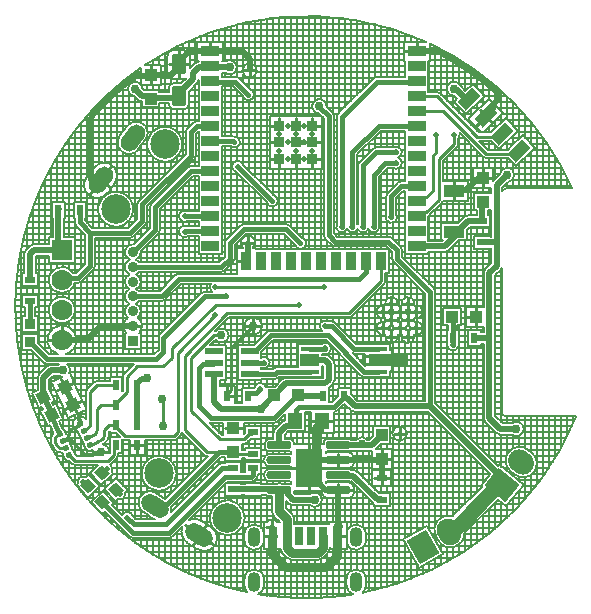
<source format=gtl>
G04*
G04 #@! TF.GenerationSoftware,Altium Limited,Altium Designer,21.2.1 (34)*
G04*
G04 Layer_Physical_Order=1*
G04 Layer_Color=255*
%FSTAX24Y24*%
%MOIN*%
G70*
G04*
G04 #@! TF.SameCoordinates,69041C72-035C-4FA9-9E98-1EB6260ED9D6*
G04*
G04*
G04 #@! TF.FilePolarity,Positive*
G04*
G01*
G75*
%ADD14C,0.0100*%
%ADD18R,0.0354X0.0236*%
%ADD19R,0.0394X0.0394*%
%ADD20R,0.0236X0.0354*%
G04:AMPARAMS|DCode=21|XSize=40mil|YSize=70mil|CornerRadius=0mil|HoleSize=0mil|Usage=FLASHONLY|Rotation=134.000|XOffset=0mil|YOffset=0mil|HoleType=Round|Shape=Rectangle|*
%AMROTATEDRECTD21*
4,1,4,0.0391,0.0099,-0.0113,-0.0387,-0.0391,-0.0099,0.0113,0.0387,0.0391,0.0099,0.0*
%
%ADD21ROTATEDRECTD21*%

%ADD22P,0.0557X4X160.0*%
%ADD23R,0.0354X0.0591*%
%ADD24R,0.0591X0.0354*%
G04:AMPARAMS|DCode=25|XSize=19.3mil|YSize=17.7mil|CornerRadius=2.2mil|HoleSize=0mil|Usage=FLASHONLY|Rotation=25.000|XOffset=0mil|YOffset=0mil|HoleType=Round|Shape=RoundedRectangle|*
%AMROUNDEDRECTD25*
21,1,0.0193,0.0133,0,0,25.0*
21,1,0.0149,0.0177,0,0,25.0*
1,1,0.0044,0.0095,-0.0029*
1,1,0.0044,-0.0039,-0.0092*
1,1,0.0044,-0.0095,0.0029*
1,1,0.0044,0.0039,0.0092*
%
%ADD25ROUNDEDRECTD25*%
%ADD26R,0.0382X0.0362*%
%ADD27R,0.0394X0.0394*%
%ADD28R,0.0614X0.0161*%
G04:AMPARAMS|DCode=29|XSize=36.2mil|YSize=38.2mil|CornerRadius=0mil|HoleSize=0mil|Usage=FLASHONLY|Rotation=43.000|XOffset=0mil|YOffset=0mil|HoleType=Round|Shape=Rectangle|*
%AMROTATEDRECTD29*
4,1,4,-0.0002,-0.0263,-0.0263,0.0016,0.0002,0.0263,0.0263,-0.0016,-0.0002,-0.0263,0.0*
%
%ADD29ROTATEDRECTD29*%

%ADD30R,0.0500X0.0550*%
%ADD31R,0.0591X0.0236*%
G04:AMPARAMS|DCode=32|XSize=77.6mil|YSize=23.6mil|CornerRadius=3mil|HoleSize=0mil|Usage=FLASHONLY|Rotation=180.000|XOffset=0mil|YOffset=0mil|HoleType=Round|Shape=RoundedRectangle|*
%AMROUNDEDRECTD32*
21,1,0.0776,0.0177,0,0,180.0*
21,1,0.0717,0.0236,0,0,180.0*
1,1,0.0059,-0.0358,0.0089*
1,1,0.0059,0.0358,0.0089*
1,1,0.0059,0.0358,-0.0089*
1,1,0.0059,-0.0358,-0.0089*
%
%ADD32ROUNDEDRECTD32*%
%ADD33R,0.0315X0.0591*%
%ADD34R,0.0299X0.0591*%
%ADD35R,0.0276X0.0591*%
%ADD36R,0.0354X0.0354*%
G04:AMPARAMS|DCode=37|XSize=67.3mil|YSize=48.4mil|CornerRadius=6.1mil|HoleSize=0mil|Usage=FLASHONLY|Rotation=90.000|XOffset=0mil|YOffset=0mil|HoleType=Round|Shape=RoundedRectangle|*
%AMROUNDEDRECTD37*
21,1,0.0673,0.0363,0,0,90.0*
21,1,0.0552,0.0484,0,0,90.0*
1,1,0.0121,0.0182,0.0276*
1,1,0.0121,0.0182,-0.0276*
1,1,0.0121,-0.0182,-0.0276*
1,1,0.0121,-0.0182,0.0276*
%
%ADD37ROUNDEDRECTD37*%
%ADD38R,0.0669X0.0394*%
%ADD74C,0.0080*%
%ADD75C,0.0200*%
%ADD76C,0.0100*%
%ADD77R,0.0900X0.1300*%
%ADD78C,0.0150*%
%ADD79C,0.0300*%
%ADD80C,0.0500*%
%ADD81C,0.0984*%
G04:AMPARAMS|DCode=82|XSize=98.4mil|YSize=59.1mil|CornerRadius=0mil|HoleSize=0mil|Usage=FLASHONLY|Rotation=327.000|XOffset=0mil|YOffset=0mil|HoleType=Round|Shape=Round|*
%AMOVALD82*
21,1,0.0394,0.0591,0.0000,0.0000,327.0*
1,1,0.0591,-0.0165,0.0107*
1,1,0.0591,0.0165,-0.0107*
%
%ADD82OVALD82*%

G04:AMPARAMS|DCode=83|XSize=75mil|YSize=90mil|CornerRadius=0mil|HoleSize=0mil|Usage=FLASHONLY|Rotation=30.000|XOffset=0mil|YOffset=0mil|HoleType=Round|Shape=Round|*
%AMOVALD83*
21,1,0.0150,0.0750,0.0000,0.0000,120.0*
1,1,0.0750,0.0038,-0.0065*
1,1,0.0750,-0.0038,0.0065*
%
%ADD83OVALD83*%

G04:AMPARAMS|DCode=84|XSize=75mil|YSize=90mil|CornerRadius=0mil|HoleSize=0mil|Usage=FLASHONLY|Rotation=30.000|XOffset=0mil|YOffset=0mil|HoleType=Round|Shape=Rectangle|*
%AMROTATEDRECTD84*
4,1,4,-0.0100,-0.0577,-0.0550,0.0202,0.0100,0.0577,0.0550,-0.0202,-0.0100,-0.0577,0.0*
%
%ADD84ROTATEDRECTD84*%

%ADD85C,0.0354*%
%ADD86C,0.0700*%
%ADD87R,0.0700X0.0700*%
G04:AMPARAMS|DCode=88|XSize=75mil|YSize=90mil|CornerRadius=0mil|HoleSize=0mil|Usage=FLASHONLY|Rotation=51.000|XOffset=0mil|YOffset=0mil|HoleType=Round|Shape=Rectangle|*
%AMROTATEDRECTD88*
4,1,4,0.0114,-0.0575,-0.0586,-0.0008,-0.0114,0.0575,0.0586,0.0008,0.0114,-0.0575,0.0*
%
%ADD88ROTATEDRECTD88*%

G04:AMPARAMS|DCode=89|XSize=75mil|YSize=90mil|CornerRadius=0mil|HoleSize=0mil|Usage=FLASHONLY|Rotation=51.000|XOffset=0mil|YOffset=0mil|HoleType=Round|Shape=Round|*
%AMOVALD89*
21,1,0.0150,0.0750,0.0000,0.0000,141.0*
1,1,0.0750,0.0058,-0.0047*
1,1,0.0750,-0.0058,0.0047*
%
%ADD89OVALD89*%

%ADD90O,0.0433X0.0669*%
%ADD91C,0.0200*%
G04:AMPARAMS|DCode=92|XSize=98.4mil|YSize=59.1mil|CornerRadius=0mil|HoleSize=0mil|Usage=FLASHONLY|Rotation=233.000|XOffset=0mil|YOffset=0mil|HoleType=Round|Shape=Round|*
%AMOVALD92*
21,1,0.0394,0.0591,0.0000,0.0000,233.0*
1,1,0.0591,0.0118,0.0157*
1,1,0.0591,-0.0118,-0.0157*
%
%ADD92OVALD92*%

%ADD93R,0.0354X0.0354*%
%ADD94C,0.0300*%
G36*
X010709Y009803D02*
Y009409D01*
X011339D01*
Y009803D01*
X010709D01*
D02*
G37*
G36*
X012992D02*
Y009409D01*
X014291D01*
Y009803D01*
X012992D01*
D02*
G37*
D14*
X002914Y006988D02*
G03*
X002965Y007049I-000046J000089D01*
G01*
X002621Y007108D02*
G03*
X002537Y006879I000073J-000156D01*
G01*
X002594Y006759D02*
G03*
X002822Y006675I000156J000073D01*
G01*
X003071Y007306D02*
G03*
X00302Y007245I000046J-000089D01*
G01*
X004118Y00698D02*
G03*
X004173Y00707I-000045J000089D01*
G01*
X003936Y006889D02*
G03*
X003938Y00689I-000042J000091D01*
G01*
X003882Y007177D02*
G03*
X003937Y007267I-000045J000089D01*
G01*
X003649Y007061D02*
G03*
X003653Y007063I-000073J000156D01*
G01*
X003643Y007335D02*
G03*
X003701Y007426I-000043J00009D01*
G01*
X003313Y007431D02*
G03*
X003307Y007428I000073J-000156D01*
G01*
X016885Y017741D02*
X017209Y018053D01*
X016885Y017741D02*
X017094Y017525D01*
X016677Y017957D02*
X016885Y017741D01*
X016782Y015686D02*
X017078D01*
X016782D02*
Y015982D01*
Y015389D02*
Y015686D01*
X014589Y019906D02*
Y020183D01*
Y019906D02*
X014984D01*
X014193D02*
X014589D01*
X016562Y017428D02*
X016885Y017741D01*
X016485Y015686D02*
X016782D01*
X015827Y014939D02*
Y015236D01*
X016261D01*
X015827D02*
Y015533D01*
X016552Y011053D02*
Y01135D01*
X016255Y011053D02*
X016552D01*
Y010756D02*
Y011053D01*
X014567Y01122D02*
X014746D01*
X014291Y011496D02*
X01447D01*
X014567Y01122D02*
Y011399D01*
X014291Y011317D02*
Y011496D01*
Y011675D01*
X014113Y011496D02*
X014291D01*
X014016Y01122D02*
X014194D01*
X014388Y01122D02*
X014567D01*
Y011042D02*
Y01122D01*
X014291Y010945D02*
X01447D01*
X014291Y010766D02*
Y010945D01*
Y011124D01*
X014113Y010945D02*
X014291D01*
X011104Y017417D02*
Y017694D01*
Y017417D02*
X011381D01*
X010553D02*
Y017694D01*
X010002Y017417D02*
Y017694D01*
X009725Y017417D02*
X010002D01*
X011104Y016866D02*
X011381D01*
X011104Y016315D02*
X011381D01*
X011104Y016038D02*
Y016315D01*
X010002Y016038D02*
Y016315D01*
X010553Y016038D02*
Y016315D01*
X009725D02*
X010002D01*
X009725Y016866D02*
X010002D01*
X014016Y01122D02*
Y011399D01*
X01374Y011496D02*
X013919D01*
X014016Y011042D02*
Y01122D01*
X013837D02*
X014016D01*
X01374Y010945D02*
X013919D01*
X01374Y011496D02*
Y011675D01*
Y011317D02*
Y011496D01*
X013561D02*
X01374D01*
X013465Y01122D02*
Y011399D01*
X01374Y010945D02*
Y011124D01*
Y010766D02*
Y010945D01*
X013561D02*
X01374D01*
X013465Y011042D02*
Y01122D01*
X013643D01*
X013286D02*
X013465D01*
X014567Y010669D02*
Y010848D01*
X014388Y010669D02*
X014567D01*
X014746D01*
X014567Y010491D02*
Y010669D01*
X014016Y010669D02*
X014194D01*
X014291Y010394D02*
X01447D01*
X014291Y010215D02*
Y010394D01*
X014113D02*
X014291D01*
Y010572D01*
X013837Y010669D02*
X014016D01*
Y010848D01*
Y010491D02*
Y010669D01*
X013465D02*
Y010848D01*
Y010669D02*
X013643D01*
X013286D02*
X013465D01*
Y010491D02*
Y010669D01*
X01374Y010215D02*
Y010394D01*
X013919D01*
X01374D02*
Y010572D01*
X013561Y010394D02*
X01374D01*
X013299Y009734D02*
X013706D01*
X012892D02*
X013299D01*
Y009478D02*
X013706D01*
X012892D02*
X013299D01*
X014016Y007165D02*
Y007365D01*
Y007165D02*
X014216D01*
X014016Y006965D02*
Y007165D01*
X013816D02*
X014016D01*
X013415Y006025D02*
Y006322D01*
X013712D01*
X013415D02*
Y006619D01*
X013118Y006322D02*
X013415D01*
X013425Y00568D02*
Y005898D01*
Y00568D02*
X013702D01*
X013425Y005462D02*
Y00568D01*
X013148D02*
X013425D01*
X011084Y007598D02*
X011434D01*
X011784D01*
X011434Y007223D02*
Y007598D01*
X010984Y006024D02*
Y006774D01*
X011959Y006274D02*
X012446D01*
X011959D02*
Y006492D01*
Y006056D02*
Y006274D01*
Y005274D02*
X012446D01*
X011959Y005056D02*
Y005274D01*
Y005492D01*
X011949Y003765D02*
X012206D01*
X011949D02*
Y004161D01*
Y00337D02*
Y003765D01*
X010984Y006024D02*
X011534D01*
X011471Y005274D02*
X011959D01*
X010984D02*
Y006024D01*
X010434D02*
X010984D01*
X009764Y004055D02*
Y004255D01*
X009783Y00337D02*
Y003765D01*
X009016Y019267D02*
Y019467D01*
Y019267D02*
X009216D01*
X009016Y019067D02*
Y019267D01*
X008816D02*
X009016D01*
X007699Y019906D02*
X008094D01*
X007699D02*
Y020183D01*
X007304Y019906D02*
X007699D01*
X006654Y019468D02*
X006996D01*
X008959Y013526D02*
Y013726D01*
Y013526D02*
X009159D01*
X008759D02*
X008959D01*
X009134Y010748D02*
X009384D01*
X008617Y012913D02*
X008894D01*
X009134Y010748D02*
Y010998D01*
X008884Y010748D02*
X009134D01*
X006311Y019468D02*
X006654D01*
Y019905D01*
Y019032D02*
Y019468D01*
X005719Y019111D02*
Y019408D01*
Y018814D02*
Y019111D01*
X006016D01*
X005422D02*
X005719D01*
X00405Y01561D02*
X004406Y016082D01*
X003734Y015847D02*
X00405Y01561D01*
X004365Y015372D01*
X003693Y015137D02*
X00405Y01561D01*
X009134Y010498D02*
Y010748D01*
X008257Y008425D02*
X008475D01*
X008257D02*
Y008702D01*
X008178Y007339D02*
X008475D01*
X008771D01*
X009564Y004055D02*
X009764D01*
X009526Y003765D02*
X009783D01*
X007341Y003784D02*
X007838Y003462D01*
X007341Y003784D02*
X007556Y004116D01*
X006844Y004107D02*
X007341Y003784D01*
X007126Y003453D02*
X007341Y003784D01*
X004841Y010748D02*
X005118D01*
X005395D01*
X002756Y010283D02*
Y010733D01*
Y010283D02*
X003206D01*
X003135Y008122D02*
X003404Y008248D01*
X002855Y008726D02*
X003124Y008851D01*
X002866Y007997D02*
X003135Y008122D01*
X003261Y007853D01*
X003293Y007649D02*
X003373Y007478D01*
X003195Y007395D02*
X003373Y007478D01*
X002306Y010283D02*
X002756D01*
X002729Y008995D02*
X002855Y008726D01*
X002586Y0086D02*
X002855Y008726D01*
X005053Y006772D02*
X005271D01*
X005489D01*
X005271Y006494D02*
Y006772D01*
X003805Y006535D02*
X004055D01*
X004305D01*
X002789Y006923D02*
X002967Y007006D01*
X003044Y006956D02*
X003504Y006496D01*
X004017Y006497D02*
X004055Y006535D01*
X003898Y006497D02*
X004017D01*
X003897Y006496D02*
X003898Y006497D01*
X003504Y006496D02*
X003897D01*
X002914Y006956D02*
X003044D01*
X002965Y007049D02*
X00302Y007244D01*
X002852Y006956D02*
X002914Y006988D01*
X004291Y00626D02*
X004488Y006457D01*
Y006704D01*
X003204Y00626D02*
X004291D01*
X003005Y006459D02*
X003204Y00626D01*
X003005Y006459D02*
X003005D01*
X004488Y006704D02*
X004556Y006772D01*
X007069Y009691D02*
X007439Y010061D01*
X007069Y007931D02*
Y009691D01*
X007439Y010061D02*
Y010061D01*
X007811Y010433D01*
X008071D01*
X00685Y009764D02*
X008268Y011181D01*
X012323D01*
X00685Y007283D02*
Y009764D01*
X007877Y01146D02*
X00917D01*
X006417Y01D02*
X007877Y01146D01*
X006417Y009685D02*
Y01D01*
X006122Y007421D02*
Y008287D01*
Y007421D02*
X006142Y007402D01*
X006102Y008307D02*
X006122Y008287D01*
X004865Y007073D02*
X006482D01*
X006614Y007205D02*
Y009843D01*
X006482Y007073D02*
X006614Y007205D01*
X004624Y007314D02*
X004865Y007073D01*
X006614Y009843D02*
X007874Y011102D01*
X00685Y007283D02*
X007585Y006549D01*
X007874Y012047D02*
X011496D01*
X007585Y006549D02*
X008006D01*
X008859Y010473D02*
X008859D01*
X008386Y008611D02*
Y01D01*
X008859Y010473D01*
X007069Y007931D02*
X008031Y006969D01*
X002822Y006675D02*
X002848Y006687D01*
X002537Y006879D02*
X002594Y006759D01*
X012323Y011181D02*
X013394Y012252D01*
Y012913D01*
X008031Y006969D02*
X008839D01*
X009007Y007137D01*
X009055D01*
X009123Y007205D02*
X009134D01*
X009055Y007137D02*
X009123Y007205D01*
X008475Y006549D02*
X008534Y00649D01*
X009134D01*
X008859Y010473D02*
X009134Y010748D01*
X004624Y007314D02*
X004624D01*
X004556Y007382D02*
X004624Y007314D01*
X004556Y007382D02*
Y007441D01*
X00917Y01146D02*
X009173Y011457D01*
X010669D01*
X008325Y008552D02*
X008327D01*
X008257Y008484D02*
X008325Y008552D01*
X008327D02*
X008386Y008611D01*
X006142Y009409D02*
X006417Y009685D01*
X005276Y009409D02*
X006142D01*
X004921Y009055D02*
X005276Y009409D01*
X004921Y008534D02*
Y009055D01*
X004556Y008169D02*
X004921Y008534D01*
X003071Y007306D02*
X003307Y007428D01*
X00302Y007244D02*
X00302Y007245D01*
X004556Y00811D02*
Y008169D01*
X004118Y00698D02*
X004118Y00698D01*
X003938Y00689D02*
X004094Y006968D01*
X003741Y006798D02*
X003936Y006889D01*
X004331Y007441D02*
X004556D01*
X004173Y007283D02*
X004331Y007441D01*
X004173Y00707D02*
Y007283D01*
X004094Y006968D02*
X004118Y00698D01*
X003697Y006782D02*
X003741Y006798D01*
X003882Y007177D02*
X003882Y007177D01*
X003624Y007049D02*
X003649Y007061D01*
X004556Y00811D02*
X004556Y00811D01*
X004055Y00811D02*
X004556D01*
X003937Y007992D02*
X004055Y00811D01*
X003937Y007267D02*
Y007992D01*
X003858Y007165D02*
X003882Y007177D01*
X003653Y007063D02*
X003858Y007165D01*
X003518Y007277D02*
X003643Y007335D01*
X003701Y007426D02*
Y008543D01*
X003937Y008779D01*
X003643Y007335D02*
X003643Y007335D01*
X003589Y007014D02*
X003624Y007049D01*
X003937Y008779D02*
X004556D01*
X003481Y007246D02*
X003518Y007277D01*
X003313Y007431D02*
X003338Y007442D01*
X003373Y007478D02*
X003397Y007532D01*
X003338Y007442D02*
X003373Y007478D01*
X002848Y006687D02*
X002858Y006684D01*
X002646Y00712D02*
X002681Y007155D01*
X002621Y007108D02*
X002646Y00712D01*
X002858Y006684D02*
X002897Y006691D01*
X003186Y007984D02*
X003397Y007532D01*
X003135Y008122D02*
X003186Y007984D01*
X017776Y01659D02*
X017997D01*
X01767Y016487D02*
X017672Y016486D01*
X016892Y016487D02*
X01767D01*
X015473Y017906D02*
X016892Y016487D01*
X017672Y016486D02*
X017776Y01659D01*
X014589Y017906D02*
X015473D01*
X015256Y018406D02*
X0166Y017061D01*
X017337D02*
X017441Y017165D01*
X0166Y017061D02*
X017337D01*
X014589Y018406D02*
X015256D01*
X015827Y016811D02*
Y017126D01*
X015318Y01495D02*
Y016302D01*
X015827Y016811D01*
X015118Y016416D02*
X015236Y016534D01*
X0149Y014533D02*
X015318Y01495D01*
X0149Y015033D02*
X015118Y01525D01*
Y016416D01*
X015236Y016534D02*
Y017126D01*
X014716Y014533D02*
X0149D01*
X014589Y014406D02*
X014716Y014533D01*
Y015033D02*
X0149D01*
X014589Y014906D02*
X014716Y015033D01*
X008257Y008425D02*
Y008484D01*
D18*
X009134Y00649D02*
D03*
X009134Y007205D02*
D03*
X001693Y011579D02*
D03*
X001693Y012294D02*
D03*
X008465Y005304D02*
D03*
X008465Y006019D02*
D03*
X009134Y005304D02*
D03*
X009134Y006019D02*
D03*
X013425Y00568D02*
D03*
X013425Y004965D02*
D03*
X016772Y014248D02*
D03*
X016772Y013533D02*
D03*
D19*
X008475Y006549D02*
D03*
Y007339D02*
D03*
X013415Y006322D02*
D03*
Y007112D02*
D03*
X005719Y018321D02*
D03*
Y019111D02*
D03*
X016782Y014896D02*
D03*
Y015686D02*
D03*
D20*
X004556Y006772D02*
D03*
X005271Y006772D02*
D03*
X004556Y00811D02*
D03*
Y007441D02*
D03*
X005271Y00878D02*
D03*
X004556Y008779D02*
D03*
X005271Y00811D02*
D03*
Y007441D02*
D03*
X016507Y010354D02*
D03*
X015792Y010354D02*
D03*
X012176Y008425D02*
D03*
X011461Y008425D02*
D03*
X008257Y008425D02*
D03*
X008972Y008425D02*
D03*
X002642Y014626D02*
D03*
X003357Y014626D02*
D03*
D21*
X017997Y01659D02*
D03*
X017441Y017165D02*
D03*
X016885Y017741D02*
D03*
X016329Y018316D02*
D03*
D22*
X002139Y008392D02*
D03*
X002855Y008726D02*
D03*
X003135Y008122D02*
D03*
X002419Y007789D02*
D03*
D23*
X012894Y012913D02*
D03*
X008894D02*
D03*
X009394D02*
D03*
X009894D02*
D03*
X010394D02*
D03*
X010894D02*
D03*
X013394D02*
D03*
X012394D02*
D03*
X011894D02*
D03*
X011394D02*
D03*
D24*
X007699Y013906D02*
D03*
X014589Y017406D02*
D03*
Y018906D02*
D03*
Y019906D02*
D03*
Y019406D02*
D03*
Y018406D02*
D03*
Y017906D02*
D03*
Y016906D02*
D03*
Y016406D02*
D03*
Y015906D02*
D03*
Y015406D02*
D03*
Y014906D02*
D03*
Y014406D02*
D03*
Y013906D02*
D03*
Y013406D02*
D03*
X007699Y019906D02*
D03*
Y019406D02*
D03*
Y018906D02*
D03*
Y018406D02*
D03*
Y017906D02*
D03*
Y017406D02*
D03*
Y016906D02*
D03*
Y016406D02*
D03*
Y015906D02*
D03*
Y015406D02*
D03*
Y014906D02*
D03*
Y014406D02*
D03*
Y013406D02*
D03*
D25*
X003589Y007014D02*
D03*
X003697Y006782D02*
D03*
X003005Y006459D02*
D03*
X002681Y007155D02*
D03*
X002789Y006923D02*
D03*
X002897Y006691D02*
D03*
X003373Y007478D02*
D03*
X003481Y007246D02*
D03*
D26*
X001693Y010207D02*
D03*
Y010817D02*
D03*
D27*
X016552Y011053D02*
D03*
X015762D02*
D03*
X009833Y008435D02*
D03*
X010623D02*
D03*
D28*
X013299Y00999D02*
D03*
Y009734D02*
D03*
Y009478D02*
D03*
Y009222D02*
D03*
X011032D02*
D03*
Y009478D02*
D03*
Y009734D02*
D03*
Y00999D02*
D03*
D29*
X003635Y005422D02*
D03*
X004081Y005838D02*
D03*
X004108Y004871D02*
D03*
X004554Y005287D02*
D03*
D30*
X011434Y007598D02*
D03*
X010534D02*
D03*
D31*
X007835Y009528D02*
D03*
X009016Y009154D02*
D03*
Y009528D02*
D03*
Y009902D02*
D03*
X007835D02*
D03*
Y009154D02*
D03*
D32*
X01001Y005274D02*
D03*
Y005774D02*
D03*
Y006274D02*
D03*
Y006774D02*
D03*
X011959D02*
D03*
Y006274D02*
D03*
Y005774D02*
D03*
Y005274D02*
D03*
D33*
X011949Y003765D02*
D03*
X009783D02*
D03*
D34*
X011465D02*
D03*
X010268D02*
D03*
D35*
X010669D02*
D03*
X011063D02*
D03*
D36*
X011104Y016315D02*
D03*
X010002D02*
D03*
X010553D02*
D03*
X011104Y017417D02*
D03*
X010002D02*
D03*
X010553D02*
D03*
X011104Y016866D02*
D03*
X010002D02*
D03*
X010553D02*
D03*
D37*
X006654Y019468D02*
D03*
Y018406D02*
D03*
D38*
X015827Y015236D02*
D03*
Y013898D02*
D03*
D74*
X017703Y016709D02*
G03*
X017677Y016689I000073J-000119D01*
G01*
X017703Y016709D02*
G03*
X017677Y016689I000073J-000119D01*
G01*
X017629Y015549D02*
G03*
X017838Y015787I-000031J000238D01*
G01*
D02*
G03*
X01736Y015818I-00024J0D01*
G01*
X016793Y016388D02*
G03*
X016892Y016347I000099J000099D01*
G01*
X016793Y016388D02*
G03*
X016892Y016347I000099J000099D01*
G01*
X016052Y018744D02*
G03*
X015837Y018422I-000225J-000083D01*
G01*
X015355Y018505D02*
G03*
X015256Y018546I-000099J-000099D01*
G01*
X015355Y018505D02*
G03*
X015256Y018546I-000099J-000099D01*
G01*
X019764Y015337D02*
G03*
X015024Y020163I-008858J-003959D01*
G01*
X016017Y017126D02*
G03*
X016012Y017169I-00019J0D01*
G01*
X015967Y016998D02*
G03*
X016017Y017126I-00014J000128D01*
G01*
X015926Y016712D02*
G03*
X015967Y016811I-000099J000099D01*
G01*
X015926Y016712D02*
G03*
X015967Y016811I-000099J000099D01*
G01*
X017559Y015337D02*
G03*
X017434Y01526I0J-00014D01*
G01*
X017559Y015337D02*
G03*
X017434Y01526I0J-00014D01*
G01*
X016294Y014438D02*
G03*
X01616Y014382I0J-00019D01*
G01*
X016294Y014438D02*
G03*
X01616Y014382I0J-00019D01*
G01*
X017378Y012622D02*
G03*
X017419Y012682I-000134J000134D01*
G01*
X017378Y012621D02*
G03*
X017419Y012682I-000134J000135D01*
G01*
X016874Y012654D02*
G03*
X016818Y01252I000134J-000135D01*
G01*
X016874Y012654D02*
G03*
X016818Y01252I000134J-000134D01*
G01*
X015512Y013216D02*
G03*
X015646Y013271I0J00019D01*
G01*
X015512Y013216D02*
G03*
X015646Y013271I0J00019D01*
G01*
X015417Y014851D02*
G03*
X015448Y014899I-000099J000099D01*
G01*
X015417Y014851D02*
G03*
X015448Y014899I-000099J000099D01*
G01*
X014974Y014414D02*
G03*
X014999Y014434I-000074J000119D01*
G01*
X014974Y014414D02*
G03*
X014999Y014434I-000074J000119D01*
G01*
X015204Y01189D02*
G03*
X015156Y012006I-000165J0D01*
G01*
X015204Y01189D02*
G03*
X015156Y012006I-000165J0D01*
G01*
X014786Y01122D02*
G03*
X014499Y011429I-000219J0D01*
G01*
Y011012D02*
G03*
X014786Y01122I000068J000208D01*
G01*
X014499Y011429D02*
G03*
X01451Y011496I-000208J000068D01*
G01*
X014359Y011288D02*
G03*
X014359Y011153I000208J-000068D01*
G01*
X01451Y011496D02*
G03*
X014083Y011429I-000219J0D01*
G01*
X014234Y01122D02*
G03*
X014224Y011288I-000219J0D01*
G01*
D02*
G03*
X014359Y011288I000068J000208D01*
G01*
X01451Y010945D02*
G03*
X014499Y011012I-000219J0D01*
G01*
X014499Y010877D02*
G03*
X01451Y010945I-000208J000068D01*
G01*
X014359Y011153D02*
G03*
X014224Y011153I-000068J-000208D01*
G01*
D02*
G03*
X014234Y01122I-000208J000068D01*
G01*
X014088Y016535D02*
G03*
X013803Y0167I-00019J0D01*
G01*
X013268Y019063D02*
G03*
X013151Y019014I0J-000165D01*
G01*
X013268Y019063D02*
G03*
X013151Y019014I0J-000165D01*
G01*
X013228Y0167D02*
G03*
X013112Y016652I0J-000165D01*
G01*
X013228Y0167D02*
G03*
X013112Y016652I0J-000165D01*
G01*
X01197Y017833D02*
G03*
X011922Y017717I000117J-000117D01*
G01*
X01197Y017833D02*
G03*
X011922Y017717I000117J-000117D01*
G01*
X014088Y016181D02*
G03*
X013966Y016358I-00019J0D01*
G01*
Y016358D02*
G03*
X014088Y016535I-000069J000177D01*
G01*
X013803Y016016D02*
G03*
X014088Y016181I000094J000165D01*
G01*
X014067Y015571D02*
G03*
X01395Y015522I0J-000165D01*
G01*
X014067Y015571D02*
G03*
X01395Y015522I0J-000165D01*
G01*
X012679Y016219D02*
G03*
X01263Y016102I000117J-000117D01*
G01*
X012679Y016219D02*
G03*
X01263Y016102I000117J-000117D01*
G01*
X011819Y017749D02*
G03*
X01177Y017866I-000165J0D01*
G01*
X011819Y017749D02*
G03*
X01177Y017866I-000165J0D01*
G01*
X011579Y018071D02*
G03*
X011339Y017831I-00024J0D01*
G01*
X01393Y01437D02*
G03*
X013905Y014464I-00019J0D01*
G01*
X014102Y013268D02*
G03*
X014054Y013384I-000165J0D01*
G01*
X013575Y014464D02*
G03*
X01393Y01437I000165J-000094D01*
G01*
X014102Y013268D02*
G03*
X014054Y013384I-000165J0D01*
G01*
X013623Y015195D02*
G03*
X013575Y015079I000117J-000117D01*
G01*
X013623Y015195D02*
G03*
X013575Y015079I000117J-000117D01*
G01*
X01334Y014055D02*
G03*
X013315Y014149I-00019J0D01*
G01*
X013757Y013681D02*
G03*
X013641Y013729I-000117J-000117D01*
G01*
X013772Y012992D02*
G03*
X01382Y012875I000165J0D01*
G01*
X013772Y012992D02*
G03*
X01382Y012875I000165J0D01*
G01*
X013757Y013681D02*
G03*
X013641Y013729I-000117J-000117D01*
G01*
X014083Y011429D02*
G03*
X013948Y011429I-000068J-000208D01*
G01*
D02*
G03*
X013959Y011496I-000208J000068D01*
G01*
D02*
G03*
X013532Y011429I-000219J0D01*
G01*
X013673Y011288D02*
G03*
X013808Y011288I000068J000208D01*
G01*
X013948Y011012D02*
G03*
X014083Y011012I000068J000208D01*
G01*
D02*
G03*
X014083Y010877I000208J-000068D01*
G01*
D02*
G03*
X013948Y010877I-000068J-000208D01*
G01*
X013808Y011288D02*
G03*
X013808Y011153I000208J-000068D01*
G01*
X013808Y011153D02*
G03*
X013673Y011153I-000068J-000208D01*
G01*
X013959Y010945D02*
G03*
X013948Y011012I-000219J0D01*
G01*
Y010877D02*
G03*
X013959Y010945I-000208J000068D01*
G01*
X013493Y012153D02*
G03*
X013534Y012252I-000099J000099D01*
G01*
X013493Y012153D02*
G03*
X013534Y012252I-000099J000099D01*
G01*
X013532Y011429D02*
G03*
X013532Y011012I-000068J-000208D01*
G01*
X013673Y011153D02*
G03*
X013683Y01122I-000208J000068D01*
G01*
D02*
G03*
X013673Y011288I-000219J0D01*
G01*
X013532Y011012D02*
G03*
X013532Y010877I000208J-000068D01*
G01*
X011922Y014149D02*
G03*
X012264Y013986I000165J-000094D01*
G01*
D02*
G03*
X012618Y013986I000177J000069D01*
G01*
X012972D02*
G03*
X01334Y014055I000177J000069D01*
G01*
X012618Y013986D02*
G03*
X012972Y013986I000177J000069D01*
G01*
X011752Y013447D02*
G03*
X011869Y013399I000117J000117D01*
G01*
X011752Y013447D02*
G03*
X011869Y013399I000117J000117D01*
G01*
X010353Y014093D02*
G03*
X010236Y014141I-000117J-000117D01*
G01*
X010353Y014093D02*
G03*
X010236Y014141I-000117J-000117D01*
G01*
X011489Y01378D02*
G03*
X011537Y013663I000165J0D01*
G01*
X009954Y014921D02*
G03*
X009814Y015105I-00019J0D01*
G01*
X011489Y01378D02*
G03*
X011537Y013663I000165J0D01*
G01*
X010899Y013504D02*
G03*
X010759Y013687I-00019J0D01*
G01*
X010525Y013454D02*
G03*
X010899Y013504I000183J00005D01*
G01*
X012323Y011041D02*
G03*
X012422Y011082I0J00014D01*
G01*
X012323Y011041D02*
G03*
X012422Y011082I0J00014D01*
G01*
X011872Y010855D02*
G03*
X011755Y010903I-000117J-000117D01*
G01*
X011872Y010855D02*
G03*
X011755Y010903I-000117J-000117D01*
G01*
X0156Y010087D02*
G03*
X015975Y010087I000187J000031D01*
G01*
X017419Y007874D02*
G03*
X017559Y007734I00014J0D01*
G01*
X017419Y007874D02*
G03*
X017559Y007734I00014J0D01*
G01*
X016818Y007677D02*
G03*
X016874Y007543I00019J0D01*
G01*
X016818Y007677D02*
G03*
X016874Y007543I00019J0D01*
G01*
X014786Y010669D02*
G03*
X014499Y010877I-000219J0D01*
G01*
Y010461D02*
G03*
X014786Y010669I000068J000208D01*
G01*
X014224Y010737D02*
G03*
X014359Y010737I000068J000208D01*
G01*
X014234Y010669D02*
G03*
X014224Y010737I-000219J0D01*
G01*
X014359D02*
G03*
X014359Y010602I000208J-000068D01*
G01*
D02*
G03*
X014224Y010602I-000068J-000208D01*
G01*
D02*
G03*
X014234Y010669I-000208J000068D01*
G01*
X01451Y010394D02*
G03*
X014499Y010461I-000219J0D01*
G01*
X013948D02*
G03*
X014083Y010461I000068J000208D01*
G01*
D02*
G03*
X01451Y010394I000208J-000068D01*
G01*
X013673Y010737D02*
G03*
X013808Y010737I000068J000208D01*
G01*
X013683Y010669D02*
G03*
X013673Y010737I-000219J0D01*
G01*
X013808D02*
G03*
X013808Y010602I000208J-000068D01*
G01*
X013532Y010877D02*
G03*
X013532Y010461I-000068J-000208D01*
G01*
X013808Y010602D02*
G03*
X013673Y010602I-000068J-000208D01*
G01*
X013959Y010394D02*
G03*
X013948Y010461I-000219J0D01*
G01*
X013673Y010602D02*
G03*
X013683Y010669I-000208J000068D01*
G01*
X013532Y010461D02*
G03*
X013959Y010394I000208J-000068D01*
G01*
X01277Y001856D02*
G03*
X019898Y007734I-001864J009522D01*
G01*
X017763Y007129D02*
G03*
X01815Y007319I000147J00019D01*
G01*
D02*
G03*
X017763Y007509I-00024J0D01*
G01*
X018305Y006619D02*
G03*
X017719Y005896I-000293J-000361D01*
G01*
X018594Y006163D02*
G03*
X018421Y006524I-000465J0D01*
G01*
X017836Y005802D02*
G03*
X018594Y006163I000293J000361D01*
G01*
X017232Y007185D02*
G03*
X017366Y007129I000134J000134D01*
G01*
X017231Y007185D02*
G03*
X017366Y007129I000135J000134D01*
G01*
X015304Y0036D02*
G03*
X016172Y003833I000403J000233D01*
G01*
X014256Y007165D02*
G03*
X014256Y007165I-00024J0D01*
G01*
X015775Y004405D02*
G03*
X015229Y00373I-000143J-000443D01*
G01*
X013111Y004849D02*
G03*
X013158Y004814I000134J000134D01*
G01*
X013111Y004849D02*
G03*
X013158Y004814I000135J000134D01*
G01*
X012444Y009836D02*
G03*
X012504Y009825I000059J000154D01*
G01*
X012444Y009836D02*
G03*
X012504Y009825I000059J000154D01*
G01*
X012708Y009106D02*
G03*
X012825Y009057I000117J000117D01*
G01*
X012708Y009106D02*
G03*
X012825Y009057I000117J000117D01*
G01*
X01145Y00983D02*
G03*
X011725Y01I000085J00017D01*
G01*
D02*
G03*
X011433Y01016I-00019J0D01*
G01*
X011673Y009741D02*
G03*
X011539Y009796I-000134J-000134D01*
G01*
X011673Y00974D02*
G03*
X011539Y009796I-000135J-000134D01*
G01*
X011844Y009491D02*
G03*
X011788Y009626I-00019J0D01*
G01*
X011844Y009491D02*
G03*
X011788Y009626I-00019J0D01*
G01*
X011788Y008815D02*
G03*
X011844Y008949I-000134J000134D01*
G01*
X012396Y007937D02*
G03*
X01253Y007881I000135J000134D01*
G01*
X012396Y007937D02*
G03*
X01253Y007881I000134J000134D01*
G01*
X012941Y006964D02*
G03*
X012571Y006964I-000185J-000153D01*
G01*
X01238D02*
G03*
X012317Y006982I-000063J-000101D01*
G01*
Y006566D02*
G03*
X01238Y006584I0J00012D01*
G01*
X011788Y008815D02*
G03*
X011844Y008949I-000134J000135D01*
G01*
X011828Y007883D02*
G03*
X011945Y007932I0J000165D01*
G01*
X011828Y007883D02*
G03*
X011945Y007932I0J000165D01*
G01*
X0116Y006982D02*
G03*
X011481Y006862I0J-00012D01*
G01*
X011645Y010903D02*
G03*
X011419Y010598I-000109J-000155D01*
G01*
X00972D02*
G03*
X009603Y01055I0J-000165D01*
G01*
X00972Y010598D02*
G03*
X009603Y01055I0J-000165D01*
G01*
X009862Y008989D02*
G03*
X009979Y009037I0J000165D01*
G01*
X01023Y009022D02*
G03*
X010096Y008966I0J-00019D01*
G01*
X01023Y009022D02*
G03*
X010096Y008966I0J-00019D01*
G01*
X009925Y009382D02*
G03*
X009809Y009333I0J-000165D01*
G01*
X009925Y009382D02*
G03*
X009809Y009333I0J-000165D01*
G01*
X009862Y008989D02*
G03*
X009979Y009037I0J000165D01*
G01*
X010488Y006862D02*
G03*
X010368Y006982I-00012J0D01*
G01*
X010194Y00761D02*
G03*
X010097Y007558I000037J-000186D01*
G01*
X010194Y00761D02*
G03*
X010097Y007558I000037J-000186D01*
G01*
X009819Y007512D02*
G03*
X009935Y00756I0J000165D01*
G01*
X009819Y007512D02*
G03*
X009935Y00756I0J000165D01*
G01*
X009866Y007326D02*
G03*
X00981Y007192I000134J-000135D01*
G01*
X009866Y007326D02*
G03*
X00981Y007192I000134J-000134D01*
G01*
X012679Y006584D02*
G03*
X012833Y006584I000077J000227D01*
G01*
X012486Y006362D02*
G03*
X012317Y006532I-00017J0D01*
G01*
Y006016D02*
G03*
X012486Y006185I0J00017D01*
G01*
X012598Y005899D02*
G03*
X012463Y005955I-000135J-000134D01*
G01*
X012597Y0059D02*
G03*
X012463Y005955I-000134J-000134D01*
G01*
X012392D02*
G03*
X012317Y005982I-000075J-000093D01*
G01*
X012486Y005362D02*
G03*
X012317Y005532I-00017J0D01*
G01*
Y005566D02*
G03*
X012364Y005575I0J00012D01*
G01*
X012317Y005016D02*
G03*
X012486Y005185I0J00017D01*
G01*
X012893Y003805D02*
G03*
X012246Y003865I-000326J0D01*
G01*
X01277Y001856D02*
G03*
X012893Y002112I-000203J000256D01*
G01*
X012246Y003548D02*
G03*
X012893Y003608I000321J00006D01*
G01*
Y002309D02*
G03*
X012241Y002309I-000326J0D01*
G01*
Y002112D02*
G03*
X012466Y001802I000326J0D01*
G01*
X011694Y00333D02*
G03*
X011697Y003365I-000237J000035D01*
G01*
X011694Y00333D02*
G03*
X011697Y003365I-000237J000035D01*
G01*
X011626Y003195D02*
G03*
X011694Y00333I-00017J00017D01*
G01*
X011626Y003195D02*
G03*
X011694Y00333I-00017J00017D01*
G01*
X011431Y005185D02*
G03*
X0116Y005016I00017J0D01*
G01*
X011421Y004961D02*
G03*
X011034Y005151I-00024J0D01*
G01*
X010321Y004826D02*
G03*
X010455Y004771I000134J000134D01*
G01*
X010321Y004827D02*
G03*
X010455Y004771I000135J000134D01*
G01*
X010129Y005482D02*
G03*
X00989Y005482I-00012J-000208D01*
G01*
X009778D02*
G03*
X009709Y005494I-000068J-000177D01*
G01*
X009778Y005482D02*
G03*
X009709Y005494I-000068J-000177D01*
G01*
X011034Y004771D02*
G03*
X011421Y004961I000147J00019D01*
G01*
X011281Y002949D02*
G03*
X011451Y003019I0J00024D01*
G01*
X011281Y002949D02*
G03*
X011451Y003019I0J00024D01*
G01*
X010508Y004299D02*
G03*
X010437Y004469I-00024J0D01*
G01*
X010508Y004299D02*
G03*
X010437Y004469I-00024J0D01*
G01*
X00976Y004567D02*
G03*
X00983Y004397I00024J0D01*
G01*
X00976Y004567D02*
G03*
X00983Y004397I00024J0D01*
G01*
X010274Y003019D02*
G03*
X010443Y002949I00017J00017D01*
G01*
X01003Y00333D02*
G03*
X010098Y003195I000237J000035D01*
G01*
X010274Y003019D02*
G03*
X010443Y002949I00017J00017D01*
G01*
X01003Y00333D02*
G03*
X010098Y003195I000237J000035D01*
G01*
X009256Y019267D02*
G03*
X009256Y019267I-00024J0D01*
G01*
X00866Y019014D02*
G03*
X008543Y019063I-000117J-000117D01*
G01*
X008586Y01937D02*
G03*
X008226Y019578I-00024J0D01*
G01*
X008179Y019198D02*
G03*
X008586Y01937I000167J000172D01*
G01*
X00866Y019014D02*
G03*
X008543Y019063I-000117J-000117D01*
G01*
X009166Y018465D02*
G03*
X009026Y018648I-00019J0D01*
G01*
X008793Y018415D02*
G03*
X009166Y018465I000183J00005D01*
G01*
X008694Y01689D02*
G03*
X008445Y017071I-00019J0D01*
G01*
X008805Y016113D02*
G03*
X008572Y01588I-000183J-00005D01*
G01*
X008386Y016741D02*
G03*
X008694Y01689I000118J000149D01*
G01*
X014894Y020223D02*
G03*
X005519Y019448I-003989J-008845D01*
G01*
X00726Y018838D02*
G03*
X007314Y018942I-000134J000134D01*
G01*
X00726Y018838D02*
G03*
X007314Y018942I-000134J000135D01*
G01*
Y01956D02*
G03*
X007188Y019504I000008J-00019D01*
G01*
X007036Y019745D02*
G03*
X006835Y019945I-000201J0D01*
G01*
X007314Y01956D02*
G03*
X007187Y019504I000008J-00019D01*
G01*
X006835Y018992D02*
G03*
X006882Y018998I0J000201D01*
G01*
X007248Y017571D02*
G03*
X007131Y017522I0J-000165D01*
G01*
X007248Y017571D02*
G03*
X007131Y017522I0J-000165D01*
G01*
X006931Y017321D02*
G03*
X006882Y017205I000117J-000117D01*
G01*
X006931Y017321D02*
G03*
X006882Y017205I000117J-000117D01*
G01*
X006835Y017979D02*
G03*
X006986Y018129I0J000151D01*
G01*
X006768Y016809D02*
G03*
X005721Y01716I-000582J0D01*
G01*
X007164Y016301D02*
G03*
X007212Y016417I-000117J000117D01*
G01*
X007164Y016301D02*
G03*
X007212Y016417I-000117J000117D01*
G01*
X006651Y016459D02*
G03*
X006768Y016809I-000465J00035D01*
G01*
X00958Y014871D02*
G03*
X009954Y014921I000183J00005D01*
G01*
X008819Y014141D02*
G03*
X008702Y014093I0J-000165D01*
G01*
X008819Y014141D02*
G03*
X008702Y014093I0J-000165D01*
G01*
X009199Y013526D02*
G03*
X008797Y013349I-00024J0D01*
G01*
X009121D02*
G03*
X009199Y013526I-000162J000177D01*
G01*
X00823Y013621D02*
G03*
X008181Y013504I000117J-000117D01*
G01*
X00823Y013621D02*
G03*
X008181Y013504I000117J-000117D01*
G01*
X008463Y012875D02*
G03*
X008511Y012992I-000117J000117D01*
G01*
X008463Y012875D02*
G03*
X008511Y012992I-000117J000117D01*
G01*
X007047Y016071D02*
G03*
X006931Y016022I0J-000165D01*
G01*
X007047Y016071D02*
G03*
X006931Y016022I0J-000165D01*
G01*
X006948Y014572D02*
G03*
X006941Y014242I-000098J-000163D01*
G01*
X008071Y012552D02*
G03*
X008188Y0126I0J000165D01*
G01*
X008071Y012552D02*
G03*
X008188Y0126I0J000165D01*
G01*
X00772Y012158D02*
G03*
X007757Y011897I000154J-000111D01*
G01*
X00752D02*
G03*
X007403Y011849I0J-000165D01*
G01*
X00752Y011897D02*
G03*
X007403Y011849I0J-000165D01*
G01*
X006937Y014067D02*
G03*
X006951Y013737I-000087J-000169D01*
G01*
X006472Y019945D02*
G03*
X006271Y019745I0J-000201D01*
G01*
Y019192D02*
G03*
X006472Y018992I000201J0D01*
G01*
Y018832D02*
G03*
X006321Y018682I0J-000151D01*
G01*
X005403Y018774D02*
G03*
X005382Y018803I-000204J-000126D01*
G01*
X005437Y018679D02*
G03*
X005403Y018774I-000238J-000031D01*
G01*
X005295Y018284D02*
G03*
X005429Y018228I000135J000134D01*
G01*
X005295Y018283D02*
G03*
X005429Y018228I000134J000134D01*
G01*
X006321Y018129D02*
G03*
X006472Y017979I000151J0D01*
G01*
X005721Y01716D02*
G03*
X006651Y016459I000465J-00035D01*
G01*
X005542Y01695D02*
G03*
X00562Y017182I-000308J000232D01*
G01*
X005749Y014841D02*
G03*
X005701Y014724I000117J-000117D01*
G01*
X005749Y014841D02*
G03*
X005701Y014724I000117J-000117D01*
G01*
X005316Y01492D02*
G03*
X005268Y014803I000117J-000117D01*
G01*
X005382Y018803D02*
G03*
X005168Y01841I-000183J-000155D01*
G01*
X00562Y017182D02*
G03*
X004927Y017414I-000385J0D01*
G01*
X00469Y017099D02*
G03*
X005305Y016635I000308J-000232D01*
G01*
X004603Y015767D02*
G03*
X00382Y016029I-000435J0D01*
G01*
X004516Y015505D02*
G03*
X004603Y015767I-000348J000262D01*
G01*
X003584Y015714D02*
G03*
X004279Y01519I000348J-000262D01*
G01*
X005133Y01464D02*
G03*
X004086Y01499I-000582J0D01*
G01*
X005316Y01492D02*
G03*
X005268Y014803I000117J-000117D01*
G01*
X005016Y01429D02*
G03*
X005133Y01464I-000465J00035D01*
G01*
X004086Y01499D02*
G03*
X005016Y01429I000465J-00035D01*
G01*
X00555Y014135D02*
G03*
X005598Y014252I-000117J000117D01*
G01*
X00555Y014135D02*
G03*
X005598Y014252I-000117J000117D01*
G01*
X005983Y01384D02*
G03*
X006031Y013957I-000117J000117D01*
G01*
X005983Y01384D02*
G03*
X006031Y013957I-000117J000117D01*
G01*
X005385Y013209D02*
G03*
X005383Y013241I-000267J0D01*
G01*
X005222Y012963D02*
G03*
X005385Y013209I-000104J000246D01*
G01*
X005328Y012882D02*
G03*
X005222Y012963I-00021J-000165D01*
G01*
X005039Y013693D02*
G03*
X005156Y013742I0J000165D01*
G01*
X005039Y013693D02*
G03*
X005156Y013742I0J000165D01*
G01*
X00515Y013474D02*
G03*
X005014Y012963I-000032J-000265D01*
G01*
X006654Y012488D02*
G03*
X006537Y01244I0J-000165D01*
G01*
X006654Y012488D02*
G03*
X006537Y01244I0J-000165D01*
G01*
X006079Y011584D02*
G03*
X006196Y011632I0J000165D01*
G01*
X006079Y011584D02*
G03*
X006196Y011632I0J000165D01*
G01*
X005435Y010748D02*
G03*
X005275Y011024I-000317J0D01*
G01*
D02*
G03*
X005385Y01124I-000157J000216D01*
G01*
X003817Y012639D02*
G03*
X003866Y012756I-000117J000117D01*
G01*
X005222Y01247D02*
G03*
X005328Y012552I-000104J000246D01*
G01*
X005014Y01247D02*
G03*
X005014Y011978I000104J-000246D01*
G01*
Y012963D02*
G03*
X005014Y01247I000104J-000246D01*
G01*
X003817Y012639D02*
G03*
X003866Y012756I-000117J000117D01*
G01*
X005385Y012224D02*
G03*
X005222Y01247I-000267J0D01*
G01*
Y011978D02*
G03*
X005385Y012224I-000104J000246D01*
G01*
X005314Y011914D02*
G03*
X005222Y011978I-000196J-000181D01*
G01*
Y011486D02*
G03*
X00534Y011584I-000104J000246D01*
G01*
X005385Y01124D02*
G03*
X005222Y011486I-000267J0D01*
G01*
X005014D02*
G03*
X004961Y011024I000104J-000246D01*
G01*
X003307Y012197D02*
G03*
X003424Y012246I0J000165D01*
G01*
X005014Y011978D02*
G03*
X005014Y011486I000104J-000246D01*
G01*
X003307Y012197D02*
G03*
X003424Y012246I0J000165D01*
G01*
X003192Y014202D02*
G03*
X00324Y014085I000165J0D01*
G01*
X003192Y014202D02*
G03*
X00324Y014085I000165J0D01*
G01*
X001827Y013473D02*
G03*
X001692Y013418I0J-00019D01*
G01*
X001827Y013473D02*
G03*
X001692Y013418I0J-00019D01*
G01*
X001559Y013284D02*
G03*
X001503Y01315I000134J-000135D01*
G01*
X001559Y013284D02*
G03*
X001503Y01315I000134J-000134D01*
G01*
X003196Y011283D02*
G03*
X003196Y011283I-00044J0D01*
G01*
X003122Y012527D02*
G03*
X003187Y012197I-000366J-000244D01*
G01*
X009678Y009528D02*
G03*
X009401Y009696I-00019J0D01*
G01*
X009424Y010748D02*
G03*
X009424Y010748I-00029J0D01*
G01*
X009401Y009359D02*
G03*
X009678Y009528I000087J000169D01*
G01*
X00955Y008722D02*
G03*
X00919Y008721I-00018J-000061D01*
G01*
X009652Y006982D02*
G03*
X009532Y006862I0J-00012D01*
G01*
Y006685D02*
G03*
X009652Y006566I00012J0D01*
G01*
Y006482D02*
G03*
X009555Y006432I0J-00012D01*
G01*
D02*
G03*
X009555Y006115I000105J-000158D01*
G01*
X008839Y006829D02*
G03*
X008938Y00687I0J00014D01*
G01*
X008839Y006829D02*
G03*
X008938Y00687I0J00014D01*
G01*
X008311Y010433D02*
G03*
X007876Y010573I-00024J0D01*
G01*
Y010293D02*
G03*
X008311Y010433I000195J00014D01*
G01*
X006025Y010471D02*
G03*
X005977Y010354I000117J-000117D01*
G01*
X006025Y010471D02*
G03*
X005977Y010354I000117J-000117D01*
G01*
X007682Y007516D02*
G03*
X007717Y007512I000034J000161D01*
G01*
X007682Y007516D02*
G03*
X007717Y007512I000034J000161D01*
G01*
X005382Y019355D02*
G03*
X008939Y001877I005524J-007977D01*
G01*
X006713Y007106D02*
G03*
X006753Y007183I-000099J000099D01*
G01*
X006713Y007106D02*
G03*
X006753Y007183I-000099J000099D01*
G01*
X006482Y006933D02*
G03*
X006581Y006974I0J00014D01*
G01*
X006482Y006933D02*
G03*
X006581Y006974I0J00014D01*
G01*
X007486Y00645D02*
G03*
X007585Y006409I000099J000099D01*
G01*
X007486Y00645D02*
G03*
X007585Y006409I000099J000099D01*
G01*
X006577Y005832D02*
G03*
X006312Y00632I-000582J0D01*
G01*
D02*
G03*
X005678Y005344I-000317J-000488D01*
G01*
X009555Y006115D02*
G03*
X009652Y006066I000097J00007D01*
G01*
Y005982D02*
G03*
X009544Y005915I0J-00012D01*
G01*
D02*
G03*
X009544Y005632I000127J-000141D01*
G01*
X009251Y00568D02*
G03*
X009299Y005797I-000117J000117D01*
G01*
X009544Y005632D02*
G03*
X009652Y005566I000107J000053D01*
G01*
X009251Y00568D02*
G03*
X009299Y005797I-000117J000117D01*
G01*
X009555Y005114D02*
G03*
X009652Y005066I000096J000071D01*
G01*
X009046Y005544D02*
G03*
X009163Y005592I0J000165D01*
G01*
X009046Y005544D02*
G03*
X009163Y005592I0J000165D01*
G01*
X009955Y004201D02*
G03*
X009573Y004201I-000191J-000145D01*
G01*
X009486Y003865D02*
G03*
X008839Y003805I-000321J-00006D01*
G01*
X009492Y002309D02*
G03*
X008839Y002309I-000326J0D01*
G01*
X009291Y001811D02*
G03*
X012466Y001802I001614J009567D01*
G01*
X009291Y001811D02*
G03*
X009492Y002112I-000126J000301D01*
G01*
X008855Y004352D02*
G03*
X00859Y00484I-000582J0D01*
G01*
X008839Y002112D02*
G03*
X008939Y001877I000326J0D01*
G01*
X008839Y003608D02*
G03*
X009486Y003548I000326J0D01*
G01*
X008106Y006184D02*
G03*
X007989Y006136I0J-000165D01*
G01*
X008106Y006184D02*
G03*
X007989Y006136I0J-000165D01*
G01*
X005678Y005344D02*
G03*
X006577Y005832I000317J000488D01*
G01*
X0059Y005179D02*
G03*
X00548Y004533I-00021J-000323D01*
G01*
X006406Y004642D02*
G03*
X0064Y00471I-000385J0D01*
G01*
X006391Y004538D02*
G03*
X006406Y004642I-000371J000104D01*
G01*
X00859Y00484D02*
G03*
X007956Y003864I-000317J-000488D01*
G01*
D02*
G03*
X008855Y004352I000317J000488D01*
G01*
X007941Y003677D02*
G03*
X007743Y004042I-000435J0D01*
G01*
X007413Y004256D02*
G03*
X007006Y004292I-000237J-000365D01*
G01*
X007269Y003312D02*
G03*
X007941Y003677I000237J000365D01*
G01*
X006775Y004062D02*
G03*
X006939Y003526I000401J-00017D01*
G01*
X00581Y004319D02*
G03*
X005845Y004299I00021J000323D01*
G01*
X006335Y00369D02*
G03*
X006452Y003738I0J000165D01*
G01*
X006335Y00369D02*
G03*
X006452Y003738I0J000165D01*
G01*
X005342Y010523D02*
G03*
X005435Y010748I-000224J000225D01*
G01*
X004961Y011024D02*
G03*
X004895Y010523I000157J-000276D01*
G01*
X004822Y009154D02*
G03*
X004781Y009055I000099J-000099D01*
G01*
X004822Y009154D02*
G03*
X004781Y009055I000099J-000099D01*
G01*
X002885Y009811D02*
G03*
X003246Y010283I-000129J000473D01*
G01*
X002999Y009165D02*
G03*
X003035Y009291I-000204J000127D01*
G01*
D02*
G03*
X002943Y009481I-00024J0D01*
G01*
X003937Y008919D02*
G03*
X003838Y008878I0J-00014D01*
G01*
X003937Y008919D02*
G03*
X003838Y008878I0J-00014D01*
G01*
X003602Y008642D02*
G03*
X003561Y008543I000099J-000099D01*
G01*
X003602Y008642D02*
G03*
X003561Y008543I000099J-000099D01*
G01*
X003559Y007638D02*
G03*
X003344Y007716I-000147J-000069D01*
G01*
X003209Y007654D02*
G03*
X00313Y007438I000069J-000147D01*
G01*
X003187Y007318D02*
G03*
X003282Y007233I000147J000069D01*
G01*
X002822Y007294D02*
G03*
X002774Y007345I-000102J-000047D01*
G01*
X003246Y010283D02*
G03*
X002627Y009811I-00049J0D01*
G01*
X002147Y009529D02*
G03*
X002264Y009481I000117J000117D01*
G01*
X002678Y009082D02*
G03*
X002761Y009054I000118J000209D01*
G01*
X002393Y009462D02*
G03*
X002258Y009407I0J-00019D01*
G01*
X002393Y009462D02*
G03*
X002258Y009406I0J-00019D01*
G01*
X002147Y009529D02*
G03*
X002264Y009481I000117J000117D01*
G01*
X002005Y009153D02*
G03*
X001949Y009018I000134J-000135D01*
G01*
X002005Y009153D02*
G03*
X001949Y009018I000134J-000134D01*
G01*
X004766Y006974D02*
G03*
X004865Y006933I000099J000099D01*
G01*
X004766Y006974D02*
G03*
X004865Y006933I000099J000099D01*
G01*
X004587Y006358D02*
G03*
X004628Y006457I-000099J000099D01*
G01*
X004587Y006358D02*
G03*
X004628Y006457I-000099J000099D01*
G01*
X004181Y006855D02*
G03*
X004313Y00707I-000108J000214D01*
G01*
X004412Y005881D02*
G03*
X004442Y005984I-00016J000103D01*
G01*
X004362Y006139D02*
G03*
X00439Y006161I-000071J000121D01*
G01*
X004362Y006139D02*
G03*
X00439Y006161I-000071J000121D01*
G01*
X004442Y005984D02*
G03*
X004362Y006139I-00019J0D01*
G01*
X005118Y004412D02*
G03*
X004765Y004447I-000183J-00005D01*
G01*
X005006Y003738D02*
G03*
X005123Y00369I000117J000117D01*
G01*
X005006Y003738D02*
G03*
X005123Y00369I000117J000117D01*
G01*
X004875Y005157D02*
G03*
X004871Y005198I-00019J0D01*
G01*
X004632Y004975D02*
G03*
X004875Y005157I000053J000182D01*
G01*
X003448Y006875D02*
G03*
X003491Y006827I000102J000047D01*
G01*
Y006827D02*
G03*
X0035Y006763I000111J-000016D01*
G01*
X004345Y006535D02*
G03*
X004111Y00682I-00029J0D01*
G01*
X00334Y007107D02*
G03*
X003383Y007059I000102J000047D01*
G01*
D02*
G03*
X003392Y006995I000111J-000016D01*
G01*
X003779Y006623D02*
G03*
X003799Y0064I000277J-000087D01*
G01*
X003556Y006643D02*
G03*
X003705Y006589I000102J000047D01*
G01*
X002975Y007083D02*
G03*
X00288Y007168I-000147J-000069D01*
G01*
X003035Y006835D02*
G03*
X003046Y006894I-000151J000059D01*
G01*
D02*
G03*
X003031Y006963I-000162J0D01*
G01*
X002475Y007205D02*
G03*
X002474Y007173I00011J-000021D01*
G01*
X002474D02*
G03*
X00241Y00682I00022J-000222D01*
G01*
X003146Y006598D02*
G03*
X003103Y006646I-000102J-000047D01*
G01*
X003105Y006662D02*
G03*
X003094Y00671I-000112J0D01*
G01*
X002799Y006504D02*
G03*
X002808Y006441I000111J-000016D01*
G01*
X002467Y0067D02*
G03*
X002778Y006521I000283J000132D01*
G01*
X003105Y006161D02*
G03*
X003204Y00612I000099J000099D01*
G01*
X002864Y00632D02*
G03*
X003004Y006262I000102J000047D01*
G01*
X003105Y006161D02*
G03*
X003204Y00612I000099J000099D01*
G01*
X003544Y005721D02*
G03*
X00329Y005484I-000075J-000175D01*
G01*
X0178Y017427D02*
Y018205D01*
X017436Y0178D02*
X018178D01*
X0176Y017634D02*
Y018401D01*
X018Y016996D02*
Y017997D01*
X0182Y017013D02*
Y017776D01*
X017556Y01768D02*
X017959Y017262D01*
X017123Y0182D02*
X017805D01*
X017316Y018D02*
X017997D01*
X016834Y0184D02*
X017601D01*
X016816Y017201D02*
X017474Y017837D01*
X017061Y017201D02*
X017556Y01768D01*
X017002Y018326D02*
X017474Y017837D01*
X017894Y0172D02*
X018667D01*
X018212Y017D02*
X018813D01*
X017826Y0174D02*
X018513D01*
X0184Y016806D02*
Y01754D01*
X018405Y0168D02*
X018952D01*
X0178Y016803D02*
Y017109D01*
X017633Y0176D02*
X01835D01*
X017687Y017D02*
X018004D01*
X01748Y0168D02*
X017797D01*
X017703Y016709D02*
X018112Y017104D01*
X0172Y01812D02*
Y018762D01*
X0174Y017913D02*
Y018586D01*
X017Y018324D02*
Y018928D01*
X0174Y017529D02*
Y017765D01*
X0168Y018462D02*
Y019085D01*
X016667Y0186D02*
X017385D01*
X0166Y01867D02*
Y019234D01*
X016627Y0182D02*
X016871D01*
X0168Y018131D02*
Y018368D01*
X017229Y0176D02*
X017474D01*
X017022Y0174D02*
X017266D01*
X0172Y017336D02*
Y017572D01*
X017Y017201D02*
Y017379D01*
X016816Y017201D02*
X017061D01*
X0168Y016777D02*
Y016921D01*
X016658Y017201D02*
X016725D01*
X016816D01*
X0166Y017259D02*
Y017331D01*
X016777Y0168D02*
X017182D01*
X016655Y016921D02*
X017065D01*
X0186Y015337D02*
Y017288D01*
X018425Y0166D02*
X019083D01*
X0184Y015337D02*
Y016576D01*
X019Y015337D02*
Y016728D01*
X0192Y015337D02*
Y016412D01*
X0188Y015337D02*
Y017019D01*
X017326Y016651D02*
X017959Y017262D01*
X018112Y017104D02*
X018515Y016687D01*
X017615Y016627D02*
X017677Y016689D01*
X017882Y016076D02*
X018515Y016687D01*
X018218Y0164D02*
X019207D01*
X0182Y015337D02*
Y016383D01*
X01801Y0162D02*
X019325D01*
X017838Y0158D02*
X019542D01*
X0178Y015337D02*
Y015657D01*
X0194Y015337D02*
Y016067D01*
X0196Y015337D02*
Y015684D01*
X018Y015337D02*
Y01619D01*
X01762Y016347D02*
X017882Y016076D01*
X01771Y016D02*
X019436D01*
X0178Y015918D02*
Y01616D01*
X017748Y0156D02*
X019641D01*
X017065Y016921D02*
X017326Y016651D01*
X0172Y016627D02*
Y016781D01*
X017Y016627D02*
Y016921D01*
X0176Y016627D02*
Y016916D01*
X0174Y016627D02*
Y016723D01*
X017Y016022D02*
Y016347D01*
X016655Y016921D02*
X01695Y016627D01*
X017615D01*
X0168Y016022D02*
Y016381D01*
X0166Y016022D02*
Y016581D01*
X0176Y016027D02*
Y016347D01*
X017119Y016D02*
X017487D01*
X0174Y015922D02*
Y016347D01*
X017119Y015576D02*
X01736Y015818D01*
X017119Y0158D02*
X017342D01*
X0172Y015658D02*
Y016347D01*
X016892D02*
X01762D01*
X017119Y015576D02*
Y016022D01*
X016Y018828D02*
Y019635D01*
X0164Y018788D02*
Y019375D01*
X0158Y0189D02*
Y019755D01*
X0162Y018596D02*
Y019509D01*
X016201Y018595D02*
X016445Y018831D01*
X0156Y01874D02*
Y019869D01*
X015024Y0196D02*
X016057D01*
X014974Y0194D02*
X016363D01*
X015024Y0198D02*
X015723D01*
X014974Y0192D02*
X016646D01*
X014974Y019D02*
X016909D01*
X016413Y0188D02*
X016474D01*
X017155D01*
X016023D02*
X016413D01*
X016445Y018831D02*
X016847Y018413D01*
X016052Y018744D02*
X016201Y018595D01*
X015837Y018422D02*
X015928Y018331D01*
X014974Y0188D02*
X015631D01*
X015459Y0184D02*
X015859D01*
X014974Y0186D02*
X015595D01*
X015812Y018219D02*
X015928Y018331D01*
X015659Y0182D02*
X01583D01*
X0156Y018259D02*
Y018583D01*
X015024Y019588D02*
Y020163D01*
Y02D02*
X015355D01*
X0148Y020223D02*
Y020265D01*
X0152Y018546D02*
Y020078D01*
X0154Y018459D02*
Y019977D01*
X014974Y019173D02*
Y019588D01*
X0146Y020223D02*
Y02035D01*
X014153Y020223D02*
X014894D01*
X0144D02*
Y020429D01*
X014974Y018546D02*
Y018638D01*
Y018546D02*
X015256D01*
X014974Y018638D02*
Y018673D01*
X015Y018546D02*
Y019588D01*
X014974D02*
X015024D01*
X014974Y019138D02*
Y019173D01*
Y019138D02*
Y019173D01*
Y018638D02*
Y018673D01*
Y019138D01*
X0166Y017938D02*
Y018174D01*
X016419Y018D02*
X016664D01*
X0164Y017745D02*
Y017981D01*
X016459Y0174D02*
X016533D01*
X0164Y017459D02*
Y017538D01*
X016214Y017802D02*
X016847Y018413D01*
X016297Y017645D02*
X017002Y018326D01*
X016059Y0178D02*
X016457D01*
X016297Y017645D02*
X016725Y017201D01*
X015355Y018505D02*
X016658Y017201D01*
X016012Y017169D02*
X016793Y016388D01*
X016445Y016022D02*
X017119D01*
X015814Y0166D02*
X016581D01*
X016445Y015349D02*
Y016022D01*
X0164Y014438D02*
Y016781D01*
X015614Y0164D02*
X016781D01*
X015458Y0162D02*
X017761D01*
X015458Y016D02*
X016445D01*
X015458Y0156D02*
X016445D01*
X015458Y0158D02*
X016445D01*
X0162Y017659D02*
Y017817D01*
X016259Y0176D02*
X01634D01*
X016Y017859D02*
Y018024D01*
X0162Y015573D02*
Y016981D01*
X016Y015573D02*
Y017048D01*
X015812Y018219D02*
X016214Y017802D01*
X015859Y018D02*
X016023D01*
X0158Y018059D02*
Y018423D01*
X015969Y017D02*
X016181D01*
X015967Y016811D02*
Y016998D01*
X015966Y0168D02*
X016381D01*
X0158Y015573D02*
Y016586D01*
X016301Y014899D02*
Y015573D01*
X0156D02*
Y016386D01*
X015458Y016244D02*
X015926Y016712D01*
X015458Y015573D02*
Y016244D01*
X012939Y0168D02*
X014203D01*
X015458Y015573D02*
X016301D01*
X014067Y015571D02*
X014203D01*
X01748Y0154D02*
X019735D01*
X017559Y015337D02*
X019764D01*
X0176D02*
Y01552D01*
X017434Y01526D02*
Y015354D01*
X017629Y015549D01*
X016301Y0152D02*
X017054D01*
X016445Y015349D02*
X017054D01*
Y015182D02*
Y015349D01*
X016495Y015182D02*
X017054D01*
X017D02*
Y015349D01*
X016962Y014609D02*
X017054D01*
X016962Y0146D02*
X017054D01*
X016962Y014456D02*
X017039D01*
Y01404D02*
Y014456D01*
X017Y013741D02*
Y01404D01*
Y014456D02*
Y014609D01*
X016504Y01404D02*
X017039D01*
X016316Y014D02*
X017054D01*
X016962Y014456D02*
Y014609D01*
X016251Y0138D02*
X017054D01*
X016505Y013741D02*
X017039D01*
X0168D02*
Y01404D01*
X0166Y015182D02*
Y015349D01*
X0168Y015182D02*
Y015349D01*
X016301Y0154D02*
X016445D01*
X016495Y014609D02*
Y015182D01*
X016301Y015D02*
X016495D01*
X0162Y014413D02*
Y014899D01*
X0158Y014184D02*
Y014899D01*
X016Y014222D02*
Y014899D01*
X0156Y014184D02*
Y014899D01*
X016582Y014456D02*
Y014609D01*
X016504Y014456D02*
X016582D01*
X016495Y014609D02*
X016582D01*
X016373Y014058D02*
X016504D01*
X0166Y013741D02*
Y01404D01*
X016294Y014438D02*
X016504D01*
X015448Y014899D02*
X016301D01*
X016251Y013936D02*
X016373Y014058D01*
X015963Y014184D02*
X01616Y014382D01*
X017054Y013723D02*
Y014609D01*
Y012835D02*
Y013343D01*
X017Y012781D02*
Y013325D01*
X017198Y012441D02*
X017378Y012621D01*
X016505Y013325D02*
X017039D01*
X016874Y012654D02*
X017054Y012835D01*
X0168Y01139D02*
Y013325D01*
X0166Y01139D02*
Y013325D01*
X017198Y0116D02*
X017419D01*
X017198Y0114D02*
X017419D01*
X017357Y0126D02*
X017419D01*
X017198Y011D02*
X017419D01*
X017198Y0108D02*
X017419D01*
X017198Y0112D02*
X017419D01*
X017198Y0122D02*
X017419D01*
X017198Y012D02*
X017419D01*
X017198Y0124D02*
X017419D01*
X016818Y01139D02*
Y01252D01*
X017198Y0118D02*
X017419D01*
X016215Y01139D02*
X016818D01*
X016251Y013611D02*
Y013936D01*
X015975Y0136D02*
X016505D01*
X015986Y013611D02*
X016251D01*
X0164Y01139D02*
Y014058D01*
X016505Y013325D02*
Y013741D01*
X016Y01134D02*
Y013611D01*
X015646Y013271D02*
X015986Y013611D01*
X015775Y0134D02*
X016505D01*
X0158Y01134D02*
Y013425D01*
X0156Y01134D02*
Y013237D01*
X016049Y0112D02*
X016215D01*
X016049Y0108D02*
X016215D01*
X016049Y011D02*
X016215D01*
X015475Y01134D02*
X016049D01*
X015475Y010766D02*
X015612D01*
X015475D02*
Y01134D01*
X016049Y010766D02*
Y01134D01*
X015942Y010766D02*
X016049D01*
X015366Y0148D02*
X016495D01*
X015402Y013611D02*
Y014184D01*
X015963D01*
X0154Y013596D02*
Y014834D01*
X015166Y0146D02*
X016582D01*
X014974Y0144D02*
X016181D01*
X014999Y014434D02*
X015417Y014851D01*
X014974Y0142D02*
X015978D01*
X014974Y014D02*
X015402D01*
X0152Y013596D02*
Y014634D01*
X015402Y013611D02*
X015448D01*
X014974Y0136D02*
X015438D01*
X014974Y0138D02*
X015402D01*
X014974Y013216D02*
X015512D01*
X014974Y0132D02*
X017054D01*
X014974Y013596D02*
X015433D01*
X014162Y013D02*
X017054D01*
X014362Y0128D02*
X017019D01*
X014562Y0126D02*
X016836D01*
X014762Y0124D02*
X016818D01*
X014962Y0122D02*
X016818D01*
X014102Y01306D02*
X015156Y012006D01*
X014974Y014138D02*
Y014173D01*
Y014138D02*
Y014173D01*
Y014414D01*
X015Y013596D02*
Y014434D01*
X014974Y013638D02*
Y013673D01*
Y014138D01*
X013825Y0142D02*
X014203D01*
Y013638D02*
Y013673D01*
Y013638D02*
Y013673D01*
Y014138D01*
X014974Y013596D02*
Y013638D01*
Y013138D02*
Y013216D01*
Y013638D02*
Y013673D01*
X015Y012162D02*
Y013216D01*
X0148Y012362D02*
Y013138D01*
X0146Y012562D02*
Y013138D01*
X0144Y012762D02*
Y013138D01*
X014203D02*
X014974D01*
X013838Y0136D02*
X014203D01*
X013524Y0122D02*
X014496D01*
X013534Y0124D02*
X014296D01*
X015162Y012D02*
X016818D01*
X0152Y011927D02*
Y013216D01*
X015204Y0118D02*
X016818D01*
X015204Y0116D02*
X016818D01*
X01382Y012875D02*
X014874Y011821D01*
X01314Y0118D02*
X014874D01*
X01334Y012D02*
X014696D01*
X014484Y0116D02*
X014874D01*
X0146Y011437D02*
Y012096D01*
X015204Y0114D02*
X016818D01*
X015204Y0112D02*
X015475D01*
X014785D02*
X014874D01*
X015204Y011D02*
X015475D01*
X015204Y0108D02*
X015475D01*
X014742D02*
X014874D01*
X014692Y0114D02*
X014874D01*
X014503Y011D02*
X014874D01*
X0146Y010886D02*
Y011004D01*
X0144Y011686D02*
Y012296D01*
X014234Y0112D02*
X014349D01*
X014203Y019173D02*
Y019588D01*
Y019138D02*
Y019173D01*
X0142Y020223D02*
Y020504D01*
X014203Y019138D02*
Y019173D01*
Y019063D02*
Y019138D01*
X0142Y019063D02*
Y019588D01*
X014153D02*
X014203D01*
X013268Y019063D02*
X014203D01*
X014153Y019588D02*
Y020223D01*
X014Y019063D02*
Y020574D01*
Y016695D02*
Y017241D01*
X0138Y019063D02*
Y020639D01*
X014203Y017138D02*
Y017173D01*
Y017138D02*
Y017173D01*
Y017241D01*
Y016638D02*
Y016673D01*
Y016638D02*
Y016673D01*
Y017138D01*
X013339Y0172D02*
X014203D01*
X013139Y017D02*
X014203D01*
X013379Y017241D02*
X014203D01*
X014076Y0166D02*
X014203D01*
X013228Y0167D02*
X013803D01*
X0134Y019063D02*
Y020754D01*
X0136Y019063D02*
Y020699D01*
X0132Y019048D02*
Y020805D01*
X013Y018863D02*
Y020852D01*
X0126Y018463D02*
Y020931D01*
X0128Y018663D02*
Y020894D01*
X0124Y018263D02*
Y020965D01*
X0122Y018063D02*
Y020994D01*
X01197Y017833D02*
X013151Y019014D01*
X012Y017863D02*
Y021019D01*
X0136Y0167D02*
Y017241D01*
X0138Y0167D02*
Y017241D01*
X0134Y0167D02*
Y017241D01*
X0132Y016698D02*
Y017061D01*
X011819Y0174D02*
X011922D01*
X012739Y0166D02*
X01306D01*
X013Y01654D02*
Y016861D01*
X014203Y016173D02*
Y016638D01*
Y016138D02*
Y016173D01*
X014087Y0162D02*
X014203D01*
Y016138D02*
Y016173D01*
Y015673D02*
Y016138D01*
X0142Y015571D02*
Y017241D01*
X014031Y0164D02*
X014203D01*
X013955Y016D02*
X014203D01*
X014Y015556D02*
Y016021D01*
X014203Y015638D02*
Y015673D01*
Y015571D02*
Y015638D01*
Y015673D01*
X014135Y015241D02*
X014203D01*
Y015173D02*
Y015241D01*
X0142Y012962D02*
Y015241D01*
X013396Y0158D02*
X014203D01*
X013315Y0156D02*
X014203D01*
X013905Y01501D02*
X014135Y015241D01*
X014095Y0152D02*
X014203D01*
X012679Y016219D02*
X013112Y016652D01*
X014Y016341D02*
Y016375D01*
X0128Y01634D02*
Y016661D01*
X012606Y0162D02*
X012662D01*
X012606Y016467D02*
X013379Y017241D01*
X012606Y0164D02*
X01286D01*
X011819D02*
X011922D01*
Y014149D02*
Y017717D01*
X012606Y014149D02*
Y016467D01*
X011819Y0162D02*
X011922D01*
X013612Y016016D02*
X013803D01*
X013596Y016D02*
X01384D01*
X0138Y015372D02*
Y016016D01*
X0136Y015166D02*
Y016004D01*
X013623Y015195D02*
X01395Y015522D01*
X0134Y013729D02*
Y015804D01*
X013315Y0154D02*
X013828D01*
X013315Y0152D02*
X013628D01*
X013315Y015719D02*
X013612Y016016D01*
X013315Y014149D02*
Y015719D01*
X01263Y014149D02*
Y016102D01*
X0118Y017825D02*
Y021039D01*
X011636Y018D02*
X012137D01*
X0116Y018036D02*
Y021056D01*
X011811Y0178D02*
X011944D01*
X009658Y021D02*
X012153D01*
X011541Y0182D02*
X012337D01*
X0114Y018303D02*
Y021068D01*
X011578Y018058D02*
X01177Y017866D01*
X011339Y017831D02*
X011489Y017681D01*
X011819Y0176D02*
X011922D01*
X011819Y0172D02*
X011922D01*
X011422Y0171D02*
Y017183D01*
Y017D02*
X011489D01*
X011819D02*
X011922D01*
X011422Y0171D02*
Y017183D01*
X01087Y017734D02*
X011422D01*
Y0176D02*
X011489D01*
X0114Y017734D02*
Y01777D01*
X011422Y0174D02*
X011489D01*
X011422Y0172D02*
X011489D01*
X011422Y017183D02*
Y017734D01*
X0112Y018267D02*
Y021076D01*
X0106Y017734D02*
Y021076D01*
X0104Y017734D02*
Y021067D01*
X011Y017734D02*
Y02108D01*
X0112Y017734D02*
Y017875D01*
X0108Y017734D02*
Y02108D01*
X01Y017734D02*
Y021038D01*
X009685Y017734D02*
X010236D01*
X0098D02*
Y021017D01*
X0102Y017734D02*
Y021055D01*
X010236Y017734D02*
X010319D01*
X009685Y017183D02*
Y017734D01*
X010787D02*
X01087D01*
X010787D02*
X01087D01*
X010319D02*
X010787D01*
X010236D02*
X010319D01*
X009685Y0171D02*
Y017183D01*
Y0171D02*
Y017183D01*
X011819Y0168D02*
X011922D01*
X011819Y0166D02*
X011922D01*
X011422Y0164D02*
X011489D01*
X011819Y013848D02*
Y017749D01*
X011489Y01378D02*
Y017681D01*
X011422Y015998D02*
Y016549D01*
Y016632D02*
Y0171D01*
Y0168D02*
X011489D01*
X011422Y016549D02*
Y016632D01*
Y0166D02*
X011489D01*
X011422Y016549D02*
Y016632D01*
Y016D02*
X011489D01*
X011819D02*
X011922D01*
X011422Y0162D02*
X011489D01*
X011819Y0156D02*
X011922D01*
X011819Y0154D02*
X011922D01*
X011819Y0158D02*
X011922D01*
X01087Y015998D02*
X011422D01*
X0114Y013299D02*
Y015998D01*
X0112Y013299D02*
Y015998D01*
X01Y014141D02*
Y015998D01*
X0102Y014141D02*
Y015998D01*
X0098Y015118D02*
Y015998D01*
X009685Y016549D02*
Y016632D01*
Y0171D01*
Y016549D02*
Y016632D01*
Y015998D02*
Y016549D01*
X0096Y015318D02*
Y020992D01*
X010787Y015998D02*
X01087D01*
X010787D02*
X01087D01*
X0104Y014046D02*
Y015998D01*
X0108Y013671D02*
Y015998D01*
X011Y013299D02*
Y015998D01*
X0106Y013846D02*
Y015998D01*
X010236D02*
X010319D01*
X010236D02*
X010319D01*
X009685D02*
X010236D01*
X010319D02*
X010787D01*
X009617Y015301D02*
X009814Y015105D01*
X014203Y015138D02*
Y015173D01*
Y014673D02*
Y015138D01*
Y015173D01*
Y014638D02*
Y014673D01*
Y014173D02*
Y014638D01*
Y014673D01*
X013905Y0148D02*
X014203D01*
X013905Y0146D02*
X014203D01*
X013905Y015D02*
X014203D01*
X014Y013438D02*
Y015105D01*
X013905Y014464D02*
Y01501D01*
X014203Y014138D02*
Y014173D01*
Y014138D02*
Y014173D01*
Y013138D02*
Y013638D01*
X014102Y0132D02*
X014203D01*
X014102Y01306D02*
Y013268D01*
X013928Y0144D02*
X014203D01*
X013331Y014D02*
X014203D01*
X014038Y0134D02*
X014203D01*
X013757Y013681D02*
X014054Y013384D01*
X013575Y014464D02*
Y015079D01*
X0136Y013729D02*
Y014242D01*
X0138Y013638D02*
Y01419D01*
X013315Y0148D02*
X013575D01*
X013315Y0146D02*
X013575D01*
X013315Y015D02*
X013575D01*
X013315Y0144D02*
X013553D01*
X013315Y0142D02*
X013655D01*
X0132Y013729D02*
Y013872D01*
X013661Y0132D02*
X013771D01*
X013661Y013D02*
X013772D01*
Y012992D02*
Y013199D01*
X0134Y013299D02*
Y013399D01*
X0132Y013299D02*
Y013399D01*
X013572D02*
X013772Y013199D01*
X0136Y013299D02*
Y013371D01*
X0142Y011695D02*
Y012496D01*
X013933Y0116D02*
X014099D01*
X014Y011439D02*
Y012696D01*
X013661Y0128D02*
X013896D01*
X013661Y0126D02*
X014096D01*
X0138Y011706D02*
Y0129D01*
X013952Y011D02*
X01408D01*
X014Y010887D02*
Y011002D01*
X013661Y012528D02*
Y013299D01*
X013534Y012528D02*
X013661D01*
X0136Y011664D02*
Y012528D01*
X013534Y012252D02*
Y012528D01*
X0134Y011429D02*
Y01206D01*
X013682Y0112D02*
X013798D01*
X0134Y010878D02*
Y011011D01*
X011819Y014D02*
X011905D01*
X0126Y013729D02*
Y013951D01*
X011819Y015D02*
X011922D01*
X011819Y0148D02*
X011922D01*
X011819Y0152D02*
X011922D01*
X011819Y0144D02*
X011922D01*
X011819Y0142D02*
X011922D01*
X011819Y0146D02*
X011922D01*
X0122Y013729D02*
Y013903D01*
X011937Y013729D02*
X013641D01*
X012D02*
Y013886D01*
X013Y013729D02*
Y013938D01*
X0128Y013729D02*
Y013865D01*
X0124Y013729D02*
Y01387D01*
X011819Y013848D02*
X011937Y013729D01*
X011866Y0138D02*
X014203D01*
X011869Y013399D02*
X013572D01*
X011661Y013299D02*
X012127D01*
X010446Y014D02*
X011489D01*
X010646Y0138D02*
X011489D01*
X010353Y014093D02*
X010759Y013687D01*
X009718Y0152D02*
X011489D01*
X009937Y015D02*
X011489D01*
X00991Y0148D02*
X011489D01*
X010168Y013811D02*
X010525Y013454D01*
X0098Y014141D02*
Y014735D01*
X011537Y013663D02*
X011752Y013447D01*
X011161Y013299D02*
X011627D01*
X011661D01*
X011627D02*
X011661D01*
X0116D02*
Y0136D01*
X010873Y0136D02*
X0116D01*
X010868Y0134D02*
X011852D01*
X010127Y013299D02*
X010161D01*
X012627D02*
X012661D01*
X012627D02*
X012661D01*
X0126D02*
Y013399D01*
X013Y013299D02*
Y013399D01*
X012661Y013299D02*
X013127D01*
X0128D02*
Y013399D01*
X012127Y013299D02*
X012161D01*
X012127D02*
X012161D01*
X012D02*
Y013399D01*
X0124Y013299D02*
Y013399D01*
X012161Y013299D02*
X012627D01*
X0122D02*
Y013399D01*
X013127Y013299D02*
X013161D01*
X013661D01*
X013127D02*
X013161D01*
X01294Y0116D02*
X013548D01*
X01274Y0114D02*
X01334D01*
X01254Y0112D02*
X013247D01*
X012422Y011082D02*
X013493Y012153D01*
X011927Y0108D02*
X013289D01*
X012Y010727D02*
Y011041D01*
X0104Y013299D02*
Y013579D01*
X010161Y013299D02*
X010627D01*
X0102D02*
Y013779D01*
X0118Y013299D02*
Y013414D01*
X0108Y013299D02*
Y013337D01*
X0106Y013299D02*
Y013348D01*
X009627Y013299D02*
X009661D01*
X010127D01*
X009627D02*
X009661D01*
X01D02*
Y013811D01*
X010127Y013299D02*
X010161D01*
X0098D02*
Y013811D01*
X0118Y010897D02*
Y011041D01*
X011645Y010903D02*
X011755D01*
X0116Y010927D02*
Y011041D01*
X0114Y010881D02*
Y011041D01*
X010627Y013299D02*
X010661D01*
X011127D01*
X010627D02*
X010661D01*
X011127D02*
X011161D01*
X011127D02*
X011161D01*
X017198Y0106D02*
X017419D01*
X017198Y0104D02*
X017419D01*
X016818Y010544D02*
Y010716D01*
X017198Y0102D02*
X017419D01*
X017198Y01D02*
X017419D01*
X017198Y010315D02*
Y012441D01*
X016715Y0106D02*
X016818D01*
X016715Y010544D02*
X016818D01*
X016215Y010716D02*
X016818D01*
X015936Y01D02*
X016818D01*
X015204Y0098D02*
X016818D01*
X016715Y010164D02*
X016818D01*
X017198Y0096D02*
X017419D01*
X017198Y0094D02*
X017419D01*
X017198Y0098D02*
X017419D01*
X017198Y009D02*
X017419D01*
X017198Y0088D02*
X017419D01*
X017198Y0092D02*
X017419D01*
X015204Y0094D02*
X016818D01*
X015204Y0092D02*
X016818D01*
X015204Y0096D02*
X016818D01*
X015204Y0088D02*
X016818D01*
X015204Y0086D02*
X016818D01*
X015204Y009D02*
X016818D01*
X0166Y010622D02*
Y010716D01*
X016298Y010622D02*
X016715D01*
X0164D02*
Y010716D01*
X0168Y010544D02*
Y010716D01*
X016715Y010544D02*
Y010622D01*
X016298Y010087D02*
Y010622D01*
X016215Y010716D02*
Y01139D01*
X015612Y010622D02*
Y010766D01*
X0156Y010622D02*
Y010766D01*
X015942Y010622D02*
Y010766D01*
Y010622D02*
X016D01*
X015584Y010087D02*
Y010622D01*
X016Y0104D02*
X016298D01*
X016Y0102D02*
X016298D01*
X016Y0106D02*
X016298D01*
X016715Y010087D02*
Y010164D01*
X016298Y010087D02*
X016715D01*
X016Y010087D02*
Y010622D01*
X015204Y0104D02*
X015584D01*
X015204Y0102D02*
X015584D01*
X015204Y0106D02*
X015584D01*
X015204Y01D02*
X015639D01*
X017419Y007874D02*
Y012682D01*
X017198Y007756D02*
X017445Y007509D01*
X0176D02*
Y007734D01*
X0174Y007554D02*
Y012647D01*
X017198Y0084D02*
X017419D01*
X017198Y0082D02*
X017419D01*
X017198Y0086D02*
X017419D01*
X017198Y008D02*
X017419D01*
X017198Y0078D02*
X01744D01*
X015204Y008175D02*
X017283Y006096D01*
X0196Y007072D02*
Y007734D01*
X0198Y007501D02*
Y007734D01*
X0194Y006689D02*
Y007734D01*
X019Y006028D02*
Y007734D01*
X0192Y006344D02*
Y007734D01*
X0188Y005737D02*
Y007734D01*
X018Y007542D02*
Y007734D01*
X017559D02*
X019898D01*
X0178Y007533D02*
Y007734D01*
X0184Y006542D02*
Y007734D01*
X0186Y005467D02*
Y007734D01*
X0182Y006683D02*
Y007734D01*
X0172Y007754D02*
Y012443D01*
X017198Y007756D02*
Y010315D01*
X016818Y007677D02*
Y010164D01*
X0168Y006579D02*
Y010164D01*
X0166Y006779D02*
Y010087D01*
X0164Y006979D02*
Y010087D01*
X0154Y007979D02*
Y013216D01*
X015204Y008175D02*
Y01189D01*
X014874Y008261D02*
Y011821D01*
X0162Y007179D02*
Y013611D01*
X016Y007379D02*
Y010766D01*
X0156Y007779D02*
Y010087D01*
X015379Y008D02*
X016818D01*
X015579Y0078D02*
X016818D01*
X015204Y0082D02*
X016818D01*
X0158Y007579D02*
Y009929D01*
X015204Y0084D02*
X016818D01*
X014961Y007881D02*
X017042Y005799D01*
X0152Y004135D02*
Y007642D01*
X015Y003987D02*
Y007842D01*
X0148Y004019D02*
Y007881D01*
X014774Y0106D02*
X014874D01*
X01451Y0104D02*
X014874D01*
X014393Y0102D02*
X014874D01*
X013959Y0104D02*
X014073D01*
X013842Y0102D02*
X01419D01*
X0132Y010161D02*
Y01186D01*
X012327Y0104D02*
X013522D01*
X012127Y0106D02*
X013257D01*
X012527Y0102D02*
X013639D01*
X0142Y008261D02*
Y010195D01*
X013746Y0094D02*
X014874D01*
X014Y008261D02*
Y010451D01*
X0148Y008261D02*
Y011896D01*
X0146Y008261D02*
Y010453D01*
X0144Y008261D02*
Y010204D01*
X013746Y0098D02*
X014874D01*
X013746Y0096D02*
X014874D01*
X013696Y01D02*
X014874D01*
X011844Y009D02*
X014874D01*
X011773Y0088D02*
X014874D01*
X013696Y0092D02*
X014874D01*
X014Y007405D02*
Y007881D01*
X0142Y007319D02*
Y007881D01*
X0138Y00727D02*
Y007881D01*
X0146Y003904D02*
Y007881D01*
X0144Y003788D02*
Y007881D01*
X01247Y0084D02*
X014874D01*
X012609Y008261D02*
X014874D01*
X012384Y0086D02*
X014874D01*
X011824Y0078D02*
X015042D01*
X01253Y007881D02*
X014961D01*
X013746Y009699D02*
Y009955D01*
Y009514D02*
Y009699D01*
X013696Y009955D02*
X013746D01*
X0138Y008261D02*
Y010183D01*
X013746Y009258D02*
Y009514D01*
Y009699D01*
X0136Y010161D02*
Y010226D01*
X012902Y010161D02*
X013696D01*
X0134D02*
Y01046D01*
X013696Y009955D02*
Y010161D01*
Y009052D02*
Y009258D01*
X013746D01*
X0134Y008261D02*
Y009052D01*
X0136Y008261D02*
Y009052D01*
Y007399D02*
Y007881D01*
X0134Y007399D02*
Y007881D01*
X012902Y009052D02*
X013696D01*
X0132Y007399D02*
Y007881D01*
Y008261D02*
Y009052D01*
X018136Y0074D02*
X019755D01*
X018118Y0072D02*
X019662D01*
X018Y006722D02*
Y007097D01*
X018305Y006619D02*
X018421Y006524D01*
X018328Y0066D02*
X01935D01*
X0178Y006671D02*
Y007106D01*
X017354Y0076D02*
X019842D01*
X016379Y007D02*
X019564D01*
X016579Y0068D02*
X01946D01*
X018529Y0064D02*
X019234D01*
X018592Y0062D02*
X019111D01*
X018564Y006D02*
X018981D01*
X018419Y0058D02*
X018844D01*
X018109Y0054D02*
X018548D01*
X017727Y0058D02*
X017838D01*
X017719Y005896D02*
X017836Y005802D01*
X017314Y006134D02*
X018153Y005455D01*
X017974Y0056D02*
X0187D01*
X018Y005579D02*
Y005716D01*
X017445Y007509D02*
X017763D01*
X0176Y006473D02*
Y007129D01*
X017366D02*
X017763D01*
X0174Y006065D02*
Y007129D01*
X015979Y0074D02*
X017016D01*
X016179Y0072D02*
X017216D01*
X015779Y0076D02*
X016834D01*
X016874Y007543D02*
X017231Y007185D01*
X0172Y006179D02*
Y007216D01*
X017Y006379D02*
Y007416D01*
X017179Y0062D02*
X017551D01*
X01748Y006D02*
X017625D01*
X017283Y006096D02*
X017314Y006134D01*
X0176Y005903D02*
Y006042D01*
X0178Y005741D02*
Y005831D01*
X017Y005747D02*
Y005842D01*
X016779Y0066D02*
X017698D01*
X016979Y0064D02*
X017569D01*
X0168Y0055D02*
Y006042D01*
X016729Y005412D02*
X017042Y005799D01*
X016729Y005412D02*
X016758Y005388D01*
X0184Y005216D02*
Y005785D01*
X017947Y0052D02*
X018387D01*
X017785Y005D02*
X018217D01*
X0182Y00498D02*
Y005704D01*
X018Y004759D02*
Y005265D01*
X0178Y004551D02*
Y005018D01*
X017568Y004732D02*
X018153Y005455D01*
X017289Y004958D02*
X017568Y004732D01*
X015775Y004405D02*
X016758Y005388D01*
X016172Y003841D02*
X017289Y004958D01*
X0174Y00417D02*
Y004868D01*
X0172Y003994D02*
Y004869D01*
X017623Y0048D02*
X018038D01*
X016931Y0046D02*
X017848D01*
X017131Y0048D02*
X017484D01*
X0176Y004355D02*
Y004771D01*
X017Y003828D02*
Y004669D01*
X0168Y003671D02*
Y004469D01*
X016731Y0044D02*
X017647D01*
X016531Y0042D02*
X017434D01*
X016331Y004D02*
X017207D01*
X016171Y0038D02*
X016965D01*
X016109Y0036D02*
X016706D01*
X0166Y003522D02*
Y004269D01*
X0164Y00503D02*
Y006442D01*
X0166Y00523D02*
Y006242D01*
X0162Y00483D02*
Y006642D01*
X0164Y003381D02*
Y004069D01*
X0162Y003247D02*
Y003869D01*
X016Y00463D02*
Y006842D01*
X0156Y004426D02*
Y007242D01*
X0158Y00443D02*
Y007042D01*
X0154Y004366D02*
Y007442D01*
X015229Y00373D02*
X015304Y0036D01*
X0152Y00364D02*
Y00379D01*
X015877Y0034D02*
X016427D01*
X015454Y0032D02*
X016127D01*
X016Y003121D02*
Y003472D01*
X0156Y002887D02*
Y00338D01*
X0158Y003D02*
Y003377D01*
X0154Y002779D02*
Y003119D01*
Y003294D02*
Y003483D01*
X015339Y0034D02*
X015536D01*
X015223Y0036D02*
X015304D01*
X015195Y003D02*
X015799D01*
X0152Y002678D02*
Y003003D01*
X014066Y0074D02*
X015442D01*
X014253Y0072D02*
X015642D01*
X01419Y007D02*
X015842D01*
X011824Y0076D02*
X015242D01*
X011824Y0074D02*
X013965D01*
X013702Y0072D02*
X013778D01*
X013702Y007D02*
X013842D01*
X013752Y0064D02*
X016442D01*
X013752Y0062D02*
X016642D01*
X013752Y0066D02*
X016242D01*
X013752Y006D02*
X016842D01*
X013742Y0056D02*
X016881D01*
X013752Y005985D02*
Y006659D01*
X013372Y0068D02*
X016042D01*
X013078Y005985D02*
X013752D01*
X013231Y006659D02*
X013752D01*
X013742Y0058D02*
X017042D01*
X013097Y0054D02*
X016743D01*
X013297Y0052D02*
X01657D01*
X013702Y006825D02*
Y007399D01*
X0136Y006659D02*
Y006825D01*
X0134Y006659D02*
Y006825D01*
X013128Y007399D02*
X013702D01*
X012998Y006964D02*
X013128Y007094D01*
X011824Y0072D02*
X013128D01*
X013397Y006825D02*
X013702D01*
X013231Y006659D02*
X013397Y006825D01*
X0136Y005938D02*
Y005985D01*
X0134Y005938D02*
Y005985D01*
X013742Y005422D02*
Y005938D01*
X013108D02*
X013742D01*
X0132D02*
Y005985D01*
X013108Y005422D02*
X013742D01*
X0132Y005297D02*
Y005422D01*
X013692Y0048D02*
X01617D01*
X015108Y0038D02*
X015196D01*
X014992Y004D02*
X015168D01*
X014936Y004098D02*
X015476Y003162D01*
X014131Y003633D02*
X014936Y004098D01*
X013692Y005D02*
X01637D01*
X010306Y0046D02*
X01597D01*
X010485Y0044D02*
X015474D01*
X012246Y0042D02*
X015232D01*
X012828Y004D02*
X014767D01*
X012893Y0038D02*
X01442D01*
X014671Y002697D02*
X015476Y003162D01*
X014848Y0028D02*
X01544D01*
X015Y002582D02*
Y002888D01*
X0146Y002406D02*
Y00282D01*
X0148Y002491D02*
Y002772D01*
X0144Y002327D02*
Y003166D01*
X014131Y003633D02*
X014671Y002697D01*
X011429Y003D02*
X014496D01*
X011631Y0032D02*
X01438D01*
X012714Y0026D02*
X015039D01*
X01288Y0024D02*
X014585D01*
X013407Y005173D02*
X013692D01*
Y004757D02*
Y005173D01*
X0136D02*
Y005422D01*
X0142Y003673D02*
Y007012D01*
X014Y002182D02*
Y006926D01*
X0138Y002117D02*
Y00706D01*
X013324Y005173D02*
X013407D01*
X013324D02*
X013407D01*
X012598Y005899D02*
X013324Y005173D01*
X0134D02*
Y005422D01*
X013158Y004757D02*
X013692D01*
X0142Y002252D02*
Y003513D01*
X013158Y004757D02*
Y004814D01*
X0134Y002002D02*
Y004757D01*
X0136Y002057D02*
Y004757D01*
X0132Y001951D02*
Y004757D01*
X012893Y0036D02*
X014149D01*
X012818Y0034D02*
X014265D01*
X011359Y0048D02*
X013158D01*
X012893Y0022D02*
X014053D01*
X012873Y002D02*
X013394D01*
X013Y010161D02*
Y01166D01*
X012572Y010155D02*
X012902D01*
X0126D02*
Y01126D01*
X0128Y010155D02*
Y01146D01*
Y009481D02*
Y009825D01*
X0126Y009681D02*
Y009825D01*
X011872Y010855D02*
X012572Y010155D01*
X0124Y010327D02*
Y011064D01*
X011546Y010268D02*
X012708Y009106D01*
X012444Y009836D02*
X012852Y009428D01*
Y009514D02*
Y009699D01*
Y009514D02*
Y009699D01*
Y009825D01*
Y009428D02*
Y009514D01*
X012825Y009057D02*
X012902D01*
X012481Y0098D02*
X012852D01*
X012681Y0096D02*
X012852D01*
X012504Y009825D02*
X012852D01*
X011844Y0092D02*
X012614D01*
X011844Y0094D02*
X012414D01*
X0122Y010527D02*
Y011041D01*
X011725Y01D02*
X011814D01*
X0116Y010179D02*
Y010214D01*
X0118Y009612D02*
Y010014D01*
X011673Y00974D02*
X011788Y009626D01*
X0116Y009786D02*
Y009821D01*
X01143Y0098D02*
X012014D01*
X01143Y009796D02*
X011539D01*
X011809Y0096D02*
X012214D01*
X011844Y008949D02*
Y009491D01*
X011464Y009028D02*
Y009413D01*
X011429Y0094D02*
X011464D01*
X011429Y009308D02*
Y009393D01*
Y009308D02*
Y009393D01*
Y0092D02*
X011464D01*
X011429Y009052D02*
Y009308D01*
X0126Y00827D02*
Y009214D01*
X0128Y008261D02*
Y009059D01*
X0124Y00847D02*
Y009414D01*
X013Y008261D02*
Y009052D01*
X0126Y006993D02*
Y007881D01*
X0124Y006964D02*
Y007933D01*
X012384Y008486D02*
Y008692D01*
X012388Y008482D02*
X012609Y008261D01*
X011968Y008692D02*
X012384D01*
X012174Y008158D02*
X012396Y007937D01*
X013128Y007094D02*
Y007399D01*
X012904Y007D02*
X013034D01*
X0128Y007047D02*
Y007881D01*
X013Y006966D02*
Y007881D01*
X013078Y005985D02*
Y006584D01*
X012941Y006964D02*
X012998D01*
X01238D02*
X012571D01*
X0124Y00651D02*
Y006584D01*
X0126Y005897D02*
Y006584D01*
X012Y008692D02*
Y009814D01*
X0122Y008692D02*
Y009614D01*
X011968Y008422D02*
Y008692D01*
X011945Y007932D02*
X012171Y008158D01*
X0118Y008254D02*
Y008828D01*
X011669Y0086D02*
X011968D01*
X011669Y0084D02*
X011946D01*
X011671Y008698D02*
X011788Y008815D01*
X01176Y008213D02*
X011968Y008422D01*
X011669Y008213D02*
X01176D01*
X011669D02*
Y008692D01*
X012013Y008D02*
X012332D01*
X0122Y006982D02*
Y008132D01*
X012Y006982D02*
Y007987D01*
X011824Y007183D02*
Y007883D01*
X0118Y006982D02*
Y007183D01*
X0116Y006982D02*
X012317D01*
X0116Y006982D02*
Y007183D01*
X011481Y006814D02*
Y006862D01*
X0112Y010598D02*
Y011041D01*
X011Y010598D02*
Y011041D01*
X0112Y010161D02*
Y010268D01*
X0114Y010161D02*
Y010268D01*
X011Y010161D02*
Y010268D01*
X00972Y010598D02*
X011419D01*
X009788Y010268D02*
X011546D01*
X0108Y010598D02*
Y011041D01*
Y010161D02*
Y010268D01*
X00972Y0102D02*
X011614D01*
X010634Y009905D02*
Y010161D01*
X011429D01*
X010634Y009854D02*
Y009905D01*
Y009854D02*
Y009905D01*
Y009052D02*
X011026D01*
X011429D01*
X010634D02*
X011026D01*
X010617Y009803D02*
X010624Y009838D01*
X009629Y0094D02*
X010619D01*
X010617Y009409D02*
Y009803D01*
X009994Y009052D02*
X010634D01*
X01023Y009022D02*
X011458D01*
X009925Y009382D02*
X010622D01*
X0104Y010598D02*
Y011041D01*
X0106Y010598D02*
Y011041D01*
X0102Y010598D02*
Y011041D01*
X0104Y009382D02*
Y010268D01*
X0106Y009382D02*
Y010268D01*
X0102Y009382D02*
Y010268D01*
X0098Y010598D02*
Y011041D01*
X01Y010598D02*
Y011041D01*
X0098Y009325D02*
Y010268D01*
X01Y009382D02*
Y010268D01*
X0102Y00902D02*
Y009052D01*
X009923Y009D02*
X010141D01*
X01Y00887D02*
Y009052D01*
X009664Y0096D02*
X010617D01*
X0096Y008722D02*
Y008989D01*
X010874Y0074D02*
X011044D01*
Y007183D02*
Y007883D01*
X011Y006814D02*
Y007883D01*
X010874Y0078D02*
X011044D01*
X010874Y0076D02*
X011044D01*
X010874Y007883D02*
X011044D01*
X010874Y007233D02*
Y007883D01*
X0106Y006814D02*
Y007233D01*
X0104Y006977D02*
Y007233D01*
X011044Y007183D02*
X011824D01*
X010488Y006814D02*
X011481D01*
X0108D02*
Y007233D01*
X0112Y006814D02*
Y007183D01*
X0114Y006814D02*
Y007183D01*
X010277Y0072D02*
X011044D01*
X01019Y007D02*
X012608D01*
X010384Y007233D02*
X010874D01*
X010488Y006814D02*
Y006862D01*
X010194Y00761D02*
Y007819D01*
X009935Y00756D02*
X010194Y007819D01*
X009975Y0076D02*
X010162D01*
X01Y00746D02*
Y007625D01*
X009852Y008722D02*
X010096Y008966D01*
X0098Y008722D02*
Y008989D01*
X009866Y007326D02*
X010097Y007558D01*
X0096Y00697D02*
Y007512D01*
X01031Y007233D02*
X010384D01*
X01031D02*
X010384D01*
X01019Y007113D02*
X01031Y007233D01*
X0102Y006982D02*
Y007123D01*
X01019Y006982D02*
X010368D01*
X01019D02*
Y007113D01*
X009652Y006982D02*
X00981D01*
Y007192D01*
X0098Y006982D02*
Y007512D01*
X012833Y006584D02*
X013077D01*
X012486Y0062D02*
X013078D01*
X013Y005497D02*
Y006584D01*
X0128Y005697D02*
Y006575D01*
X012486Y006185D02*
Y006362D01*
X01238Y006584D02*
X012679D01*
X012482Y0064D02*
X013078D01*
X0124Y005955D02*
Y006037D01*
X012697Y0058D02*
X013108D01*
Y005422D02*
Y005938D01*
X012897Y0056D02*
X013108D01*
X012482Y0054D02*
X01256D01*
X011574Y006D02*
X013078D01*
X012392Y005955D02*
X012463D01*
X0124Y00551D02*
Y00556D01*
X012Y006532D02*
Y006566D01*
X0122Y006532D02*
Y006566D01*
X0118Y006532D02*
Y006566D01*
Y005982D02*
Y006016D01*
X0116Y006566D02*
X012317D01*
X0116Y006532D02*
X012317D01*
X0116D02*
Y006566D01*
X011574Y005979D02*
Y006018D01*
X0116Y005982D02*
Y006016D01*
X011574Y00653D02*
Y006568D01*
X0122Y005982D02*
Y006016D01*
X0116Y005532D02*
X012317D01*
X012Y005982D02*
Y006016D01*
Y005532D02*
Y005566D01*
X0122Y005532D02*
Y005566D01*
X0118Y005532D02*
Y005566D01*
X0116Y005982D02*
X012317D01*
X0116Y005566D02*
X012317D01*
X0116Y006016D02*
X012317D01*
X0116Y005532D02*
Y005566D01*
X011574Y00553D02*
Y005568D01*
X0126Y004129D02*
Y00536D01*
X012486Y0052D02*
X01276D01*
X012486Y005185D02*
Y005362D01*
X0128Y004033D02*
Y00516D01*
X013Y001904D02*
Y00496D01*
X0124Y004085D02*
Y005037D01*
X0116Y005016D02*
X012317D01*
X012384Y005575D02*
X013111Y004849D01*
X012246Y004D02*
X012306D01*
X012893Y003608D02*
Y003805D01*
X0128Y002537D02*
Y003379D01*
X0126Y002633D02*
Y003283D01*
X012893Y002112D02*
Y002309D01*
X0124Y001791D02*
Y001831D01*
X012246Y0034D02*
X012315D01*
X012246Y003548D02*
Y003865D01*
X0124Y002589D02*
Y003327D01*
X012Y004201D02*
Y005016D01*
X012246Y003865D02*
Y004201D01*
X0122D02*
Y005016D01*
X0118Y004201D02*
Y005016D01*
X011651Y004201D02*
X012246D01*
X0116Y004151D02*
Y005016D01*
X011651Y004151D02*
Y004201D01*
X012246Y00333D02*
Y003548D01*
X011694Y00333D02*
X012246D01*
X012241Y002112D02*
Y002309D01*
X012Y001737D02*
Y00333D01*
X0122Y001762D02*
Y00333D01*
X0118Y001717D02*
Y00333D01*
X0116Y0017D02*
Y003169D01*
X0112Y0052D02*
Y005234D01*
X0114Y005059D02*
Y005234D01*
X011Y005151D02*
Y005234D01*
X010394Y005479D02*
Y005568D01*
Y006479D02*
Y006568D01*
X0106Y005151D02*
Y005234D01*
X0108Y005151D02*
Y005234D01*
X010488Y005197D02*
Y005234D01*
X011431Y005185D02*
Y005234D01*
X011198Y0052D02*
X011431D01*
X010534Y005151D02*
X011034D01*
X011418Y005D02*
X01296D01*
X010488Y005234D02*
X011431D01*
X010488Y0052D02*
X011164D01*
X010488Y005197D02*
X010534Y005151D01*
X010455Y004771D02*
X011034D01*
X0102Y006482D02*
Y006566D01*
X01Y005982D02*
Y006066D01*
Y006482D02*
Y006566D01*
X010394Y005979D02*
Y006068D01*
X0102Y005982D02*
Y006066D01*
X0098Y005482D02*
Y005566D01*
X009652Y006566D02*
X010368D01*
X009652Y006482D02*
X010368D01*
X0098D02*
Y006566D01*
X009652Y006066D02*
X010368D01*
X009652Y005982D02*
X010368D01*
X0098D02*
Y006066D01*
X010129Y005482D02*
X010368D01*
X01Y005513D02*
Y005566D01*
X01024Y004907D02*
X010321Y004827D01*
X01024Y0048D02*
X010354D01*
X0102Y005482D02*
Y005566D01*
X009652D02*
X010368D01*
X009778Y005482D02*
X00989D01*
X009652Y005066D02*
X00976D01*
X010897Y004151D02*
X011225D01*
X011D02*
Y004771D01*
X0114Y004151D02*
Y004862D01*
X011225Y004151D02*
X011291D01*
X0112D02*
Y004721D01*
X010508Y0042D02*
X011651D01*
X010508Y004151D02*
X010835D01*
X0106D02*
Y004771D01*
X010835Y004151D02*
X010897D01*
X010835D02*
X010897D01*
X0108D02*
Y004771D01*
X011291Y004151D02*
X011651D01*
X011451Y003019D02*
X011626Y003195D01*
X011225Y004151D02*
X011291D01*
X0114Y001688D02*
Y002981D01*
X0112Y00168D02*
Y002949D01*
X010443D02*
X011281D01*
X0106Y00168D02*
Y002949D01*
X011Y001676D02*
Y002949D01*
X0108Y001676D02*
Y002949D01*
X0104Y004506D02*
Y004779D01*
X01024Y004666D02*
X010437Y004469D01*
X01024Y004666D02*
Y004907D01*
X010508Y004151D02*
Y004299D01*
X00976Y004567D02*
Y005066D01*
X0098Y004292D02*
Y004434D01*
X00983Y004397D02*
X010027Y004201D01*
X010098Y003195D02*
X010274Y003019D01*
X0104Y001689D02*
Y002953D01*
X0102Y001701D02*
Y003093D01*
X009955Y004201D02*
X010027D01*
X01Y001718D02*
Y00333D01*
X0098Y001739D02*
Y00333D01*
X0092Y019421D02*
Y020929D01*
X009215Y0194D02*
X014203D01*
X009Y019506D02*
Y020892D01*
X0088Y019372D02*
Y020849D01*
X008134Y0202D02*
X014153D01*
X008134Y02D02*
X014153D01*
X00859Y0208D02*
X013222D01*
X008134Y0198D02*
X014153D01*
X008415Y0196D02*
X014153D01*
X008585Y0194D02*
X008816D01*
X009246Y0192D02*
X014203D01*
X008874Y0188D02*
X012937D01*
X00911Y0186D02*
X012737D01*
X009Y018674D02*
Y019027D01*
X008516Y0192D02*
X008785D01*
X00866Y019014D02*
X009026Y018648D01*
X008674Y019D02*
X013137D01*
X0088Y018874D02*
Y019162D01*
X0084Y019604D02*
Y020751D01*
X0082Y019578D02*
Y020696D01*
X0086Y019053D02*
Y020803D01*
X0082Y019063D02*
Y01918D01*
X008134Y0196D02*
X008278D01*
X008084Y019588D02*
X008134D01*
X008Y020223D02*
Y020635D01*
X008084Y019578D02*
X008226D01*
X008084Y019198D02*
X008179D01*
X008134Y019588D02*
Y020223D01*
X008084Y018733D02*
X008475D01*
X0084Y019063D02*
Y019136D01*
X008084Y018638D02*
Y018673D01*
Y0186D02*
X008608D01*
X008084Y018638D02*
Y018673D01*
Y019138D02*
Y019173D01*
Y019063D02*
Y019138D01*
Y019173D01*
Y019063D02*
X008543D01*
X008084Y018673D02*
Y018733D01*
X009155Y0184D02*
X012537D01*
X0088Y01613D02*
Y018394D01*
X0094Y015518D02*
Y020963D01*
X0092Y015718D02*
Y019113D01*
X009Y015918D02*
Y018276D01*
X008084Y0184D02*
X008798D01*
X008475Y018733D02*
X008793Y018415D01*
X008084Y0182D02*
X011136D01*
X008084Y018D02*
X011109D01*
X0086Y017054D02*
Y018608D01*
X008659Y017D02*
X009685D01*
X008671Y0168D02*
X009685D01*
X008754Y0162D02*
X009685D01*
X008084Y0178D02*
X01137D01*
X008084Y0174D02*
X009685D01*
X008084Y0176D02*
X009685D01*
X008084Y0166D02*
X009685D01*
X008084Y0164D02*
X009685D01*
X008084Y0172D02*
X009685D01*
X008084Y017138D02*
Y017173D01*
Y017138D02*
Y017173D01*
Y017638D01*
X0082Y017071D02*
Y018733D01*
X0084Y017071D02*
Y018733D01*
X008084Y017071D02*
Y017138D01*
Y018138D02*
Y018173D01*
Y018138D02*
Y018173D01*
Y018638D01*
Y017638D02*
Y017673D01*
Y017638D02*
Y017673D01*
Y018138D01*
X0086Y016252D02*
Y016726D01*
X008084Y0162D02*
X00849D01*
X008084Y016173D02*
Y016638D01*
X0082Y01358D02*
Y016741D01*
X0084Y013791D02*
Y016731D01*
X008084Y016138D02*
Y016173D01*
Y017071D02*
X008445D01*
X008084Y016741D02*
X008386D01*
X008084Y016673D02*
Y016741D01*
Y016638D02*
Y016673D01*
Y016638D02*
Y016673D01*
X00789Y0206D02*
X013921D01*
X0076Y020223D02*
Y0205D01*
X0074Y020223D02*
Y020425D01*
X0078Y020223D02*
Y02057D01*
X007336Y0204D02*
X014475D01*
X007264Y020223D02*
X008134D01*
X007264Y019588D02*
X007314D01*
Y018638D02*
Y018673D01*
Y018638D02*
Y018673D01*
Y018942D01*
Y018138D02*
Y018173D01*
Y018138D02*
Y018173D01*
Y018638D01*
X007222Y0188D02*
X007314D01*
X007022Y0186D02*
X007314D01*
X006986Y0182D02*
X007314D01*
X006912Y018D02*
X007314D01*
X006986Y0184D02*
X007314D01*
X007264Y019588D02*
Y020223D01*
X007036Y0196D02*
X007264D01*
X007028Y0198D02*
X007264D01*
X0072Y019516D02*
Y020345D01*
X007036Y019353D02*
Y019745D01*
X006867Y0202D02*
X007264D01*
X006456Y02D02*
X007264D01*
X006472Y019945D02*
X006835D01*
X007Y019859D02*
Y02026D01*
X0068Y019945D02*
Y020169D01*
X007036Y019353D02*
X007187Y019504D01*
X007036Y0194D02*
X007083D01*
X006986Y018563D02*
X00726Y018838D01*
X006986Y018129D02*
Y018563D01*
X006472Y018992D02*
X006835D01*
X0068Y018915D02*
Y018992D01*
X006717Y018832D02*
X006882Y018998D01*
X006472Y018832D02*
X006717D01*
X007314Y017638D02*
Y017673D01*
Y017638D02*
Y017673D01*
Y018138D01*
Y017173D02*
Y017238D01*
X007276Y0172D02*
X007314D01*
Y017571D02*
Y017638D01*
X003461Y0176D02*
X007314D01*
X007248Y017571D02*
X007314D01*
X003633Y0178D02*
X007314D01*
X007212Y017136D02*
X007314Y017238D01*
Y017138D02*
Y017173D01*
Y016673D02*
Y017138D01*
Y017173D01*
Y016638D02*
Y016673D01*
Y016173D02*
Y016638D01*
Y016673D01*
X007212Y0168D02*
X007314D01*
X007212Y0166D02*
X007314D01*
X007212Y017D02*
X007314D01*
X007063Y0162D02*
X007314D01*
X007211Y0164D02*
X007314D01*
X0072Y017563D02*
Y018778D01*
X006931Y017321D02*
X007131Y017522D01*
X007Y017391D02*
Y018578D01*
X006882Y016486D02*
Y017205D01*
X005552Y0174D02*
X007009D01*
X006472Y017979D02*
X006835D01*
X0068Y016403D02*
Y017979D01*
X006618Y0172D02*
X006882D01*
X007212Y016417D02*
Y017136D01*
X006768Y0168D02*
X006882D01*
X006736Y017D02*
X006882D01*
X0072Y016071D02*
Y016355D01*
X006729Y0166D02*
X006882D01*
X0066Y0164D02*
X006797D01*
X005598Y014735D02*
X007164Y016301D01*
X005316Y01492D02*
X006882Y016486D01*
X009318Y0156D02*
X011489D01*
X009518Y0154D02*
X011489D01*
X009118Y0158D02*
X011489D01*
X0092Y014141D02*
Y015252D01*
X009384Y015067D02*
X00958Y014871D01*
X009Y014141D02*
Y015452D01*
X008918Y016D02*
X009685D01*
X008084Y0154D02*
X009052D01*
X008084Y0156D02*
X008852D01*
X008805Y016113D02*
X009617Y015301D01*
X008572Y01588D02*
X009384Y015068D01*
X008084Y0152D02*
X009252D01*
X0096Y014141D02*
Y014825D01*
X0094Y014141D02*
Y015052D01*
X008887Y013811D02*
X010168D01*
X008876Y0138D02*
X010179D01*
X009Y013762D02*
Y013811D01*
X008084Y0148D02*
X009618D01*
X008084Y0146D02*
X011489D01*
X008084Y015D02*
X009452D01*
X008084Y0144D02*
X011489D01*
X008084Y0142D02*
X011489D01*
X008819Y014141D02*
X010236D01*
X008084Y014673D02*
Y015138D01*
Y014638D02*
Y014673D01*
Y015138D02*
Y015173D01*
X0086Y013991D02*
Y015852D01*
X0088Y01414D02*
Y015652D01*
X008084Y014638D02*
Y014673D01*
Y0158D02*
X008652D01*
X008084Y015638D02*
Y015673D01*
Y016138D02*
Y016173D01*
Y015173D02*
Y015638D01*
Y015138D02*
Y015173D01*
Y015638D02*
Y015673D01*
Y0138D02*
X008409D01*
X00823Y013621D02*
X008702Y014093D01*
X008084Y013638D02*
Y013673D01*
Y013638D02*
Y013673D01*
Y014138D02*
Y014173D01*
Y014138D02*
Y014173D01*
Y014638D01*
Y014D02*
X008609D01*
X008084Y013673D02*
Y014138D01*
X009187Y0136D02*
X010379D01*
X009163Y0134D02*
X01055D01*
X009121Y013349D02*
X009211D01*
X0094Y013299D02*
Y013811D01*
X0096Y013299D02*
Y013811D01*
X0092Y013349D02*
Y013811D01*
X008511Y013436D02*
X008887Y013811D01*
X009211Y013299D02*
X009627D01*
X009277Y011D02*
X013528D01*
X009211Y013299D02*
Y013349D01*
X0094Y010863D02*
Y011041D01*
X009419Y0108D02*
X011353D01*
X009Y011005D02*
Y011041D01*
X008326D02*
X012323D01*
X008285Y011D02*
X00899D01*
X008511Y0134D02*
X008755D01*
X008577Y013349D02*
X008797D01*
X008676Y0136D02*
X008731D01*
X0086Y013349D02*
Y013524D01*
X008577Y012488D02*
Y013349D01*
X008511Y012992D02*
Y013436D01*
X008084Y0136D02*
X008212D01*
X008181Y01306D02*
Y013504D01*
X008084Y0134D02*
X008181D01*
X008084Y013138D02*
Y013638D01*
X008511Y0132D02*
X008577D01*
X008511Y013D02*
X008577D01*
X008388Y0128D02*
X008577D01*
X0084Y012488D02*
Y012812D01*
X008188Y0126D02*
X008463Y012875D01*
X008188Y0126D02*
X008577D01*
X008084Y0132D02*
X008181D01*
X008085Y0108D02*
X008849D01*
X0082Y012488D02*
Y012612D01*
X008084Y015673D02*
Y016138D01*
Y016D02*
X008443D01*
X007314Y015138D02*
Y015173D01*
Y014673D02*
Y015138D01*
Y014638D02*
Y014673D01*
Y015138D02*
Y015173D01*
X006775Y0154D02*
X007314D01*
X006575Y0152D02*
X007314D01*
X006975Y0156D02*
X007314D01*
X006375Y015D02*
X007314D01*
X006175Y0148D02*
X007314D01*
Y015173D02*
Y015638D01*
Y014572D02*
Y014638D01*
Y014173D02*
Y014242D01*
Y014638D02*
Y014673D01*
Y014138D02*
Y014173D01*
Y014067D02*
Y014138D01*
Y014173D01*
X006948Y014572D02*
X007314D01*
X006941Y014242D02*
X007314D01*
X006031Y0146D02*
X007314D01*
X006937Y014067D02*
X007314D01*
X006951Y013737D02*
X007314D01*
X006031Y0142D02*
X007314D01*
Y016138D02*
Y016173D01*
X007047Y016071D02*
X007314D01*
Y016138D02*
Y016173D01*
Y016071D02*
Y016138D01*
X007Y016064D02*
Y016137D01*
X006863Y016D02*
X006908D01*
X0068Y015892D02*
Y015937D01*
X005749Y014841D02*
X006931Y016022D01*
X006031Y014656D02*
X007116Y015741D01*
X006663Y0158D02*
X006708D01*
X007314Y015673D02*
Y015741D01*
Y015638D02*
Y015673D01*
X007116Y015741D02*
X007314D01*
Y015638D02*
Y015673D01*
X0072Y014067D02*
Y014242D01*
Y014572D02*
Y015741D01*
X007Y014572D02*
Y015625D01*
X0068Y014593D02*
Y015425D01*
X007Y014067D02*
Y014242D01*
X0068Y014081D02*
Y014226D01*
X008Y012882D02*
Y013138D01*
X008003Y012882D02*
X008181Y01306D01*
X0078Y012882D02*
Y013138D01*
Y012488D02*
Y012552D01*
X007314Y013138D02*
X008084D01*
X005285Y013D02*
X008121D01*
X005328Y012882D02*
X008003D01*
X0076D02*
Y013138D01*
Y012488D02*
Y012552D01*
X0074Y012488D02*
Y012552D01*
X008Y012488D02*
Y012552D01*
X00752Y011897D02*
X007757D01*
X0076D02*
Y012158D01*
X005328Y012552D02*
X008071D01*
X006654Y012488D02*
X008577D01*
X006722Y012158D02*
X00772D01*
X006564Y012D02*
X00769D01*
X0074Y011846D02*
Y012158D01*
X007314Y013638D02*
Y013673D01*
Y013638D02*
Y013673D01*
Y013737D01*
Y013138D02*
Y013638D01*
X0074Y012882D02*
Y013138D01*
X0072Y012882D02*
Y013737D01*
X005743Y0136D02*
X007314D01*
X005543Y0134D02*
X007314D01*
X007Y012882D02*
Y013737D01*
X005385Y0132D02*
X007314D01*
X0068Y012882D02*
Y013714D01*
X007Y012488D02*
Y012552D01*
X0072Y012488D02*
Y012552D01*
X0068Y012488D02*
Y012552D01*
X007Y011446D02*
Y012158D01*
X0072Y011646D02*
Y012158D01*
X0068Y011246D02*
Y012158D01*
X006364Y0118D02*
X007354D01*
X006151Y0116D02*
X007154D01*
X006196Y011632D02*
X006722Y012158D01*
X005332Y0114D02*
X006954D01*
X005382Y0112D02*
X006754D01*
X0066Y019945D02*
Y020073D01*
X0064Y019932D02*
Y019971D01*
X006271Y019192D02*
Y019745D01*
X006088Y0198D02*
X006279D01*
X005754Y0196D02*
X006271D01*
X0062Y018553D02*
Y019863D01*
X006056Y0194D02*
X006271D01*
X006056Y018774D02*
Y019448D01*
X0066Y018832D02*
Y018992D01*
X0064Y018814D02*
Y019005D01*
X006321Y018129D02*
Y018173D01*
Y018553D02*
Y018682D01*
X006056Y019D02*
X006416D01*
X006056Y0188D02*
X006379D01*
X006056Y0192D02*
X006271D01*
X006006Y018553D02*
X006321D01*
X006006Y018173D02*
X006321D01*
X006006Y0186D02*
X006321D01*
X006Y019448D02*
Y019749D01*
X0058Y019448D02*
Y019629D01*
X0056Y018608D02*
Y018774D01*
X005519Y019448D02*
X006056D01*
X0056D02*
Y019501D01*
X005382Y018803D02*
Y019355D01*
X005508Y018608D02*
X005622D01*
X006006D01*
X005508D02*
X005622D01*
X006D02*
Y018774D01*
X006006Y018553D02*
Y018608D01*
X0058D02*
Y018774D01*
X005403D02*
X006056D01*
X005437Y018679D02*
X005508Y018608D01*
X005432Y018034D02*
X006006D01*
X0066Y017219D02*
Y017979D01*
X0064Y017351D02*
Y017997D01*
X0066Y016203D02*
Y0164D01*
Y015692D02*
Y015737D01*
X0064Y016003D02*
Y016268D01*
X006006Y018034D02*
Y018173D01*
X0062Y017391D02*
Y018173D01*
X006Y017361D02*
Y018034D01*
X0062Y015803D02*
Y016227D01*
X006Y015603D02*
Y016258D01*
X006463Y0156D02*
X006508D01*
X0064Y015492D02*
Y015537D01*
X006263Y0154D02*
X006308D01*
X0066Y012882D02*
Y015225D01*
X0064Y012882D02*
Y015025D01*
X0062Y012882D02*
Y014825D01*
Y015292D02*
Y015337D01*
X006063Y0152D02*
X006108D01*
X006Y015092D02*
Y015137D01*
X006031Y013957D02*
Y014656D01*
Y0144D02*
X006661D01*
X005863Y015D02*
X005908D01*
X0058Y017245D02*
Y018034D01*
X005619Y0172D02*
X005755D01*
X0056Y017303D02*
Y018034D01*
X005574Y017D02*
X005636D01*
X0056Y015203D02*
Y01706D01*
X005432Y018034D02*
Y018228D01*
X005429Y0168D02*
X005604D01*
X0054Y017529D02*
Y01823D01*
X005305Y016635D02*
X005542Y01695D01*
X005275Y0166D02*
X005643D01*
X0054Y015003D02*
Y016761D01*
X0058Y015403D02*
Y016374D01*
Y014892D02*
Y014937D01*
X005663Y0148D02*
X005719D01*
X005701Y014025D02*
Y014724D01*
X005598Y0146D02*
X005701D01*
X005598Y0144D02*
X005701D01*
X0056Y013924D02*
Y014737D01*
X005598Y014252D02*
Y014735D01*
X0052Y018888D02*
Y019226D01*
X005165Y0192D02*
X005382D01*
X005Y018783D02*
Y019076D01*
X005168Y01841D02*
X005295Y018284D01*
X0052Y017565D02*
Y018378D01*
X005Y017487D02*
Y018514D01*
X004902Y019D02*
X005382D01*
X004656Y0188D02*
X005013D01*
X004426Y0186D02*
X004964D01*
X00421Y0184D02*
X005178D01*
X0048Y017246D02*
Y018919D01*
X00469Y017099D02*
X004927Y017414D01*
X004536Y016D02*
X006397D01*
X004602Y0158D02*
X006197D01*
X00457Y0156D02*
X005997D01*
X004006Y0182D02*
X005432D01*
X003814Y018D02*
X006395D01*
X003298Y0174D02*
X004916D01*
X00421Y0162D02*
X006597D01*
X004437Y0154D02*
X005797D01*
X002604Y0164D02*
X005772D01*
X0044Y016135D02*
Y018576D01*
X0042Y016201D02*
Y01839D01*
X004Y016168D02*
Y018194D01*
X0046Y015821D02*
Y018752D01*
X0038Y016002D02*
Y017985D01*
X003144Y0172D02*
X004766D01*
X002998Y017D02*
X004636D01*
X002859Y0168D02*
X004618D01*
X002728Y0166D02*
X00472D01*
X002486Y0162D02*
X004126D01*
X0036Y015736D02*
Y017763D01*
X0046Y01522D02*
Y015713D01*
X0044Y015202D02*
Y015351D01*
X003584Y015714D02*
X00382Y016029D01*
X002375Y016D02*
X003799D01*
X002269Y0158D02*
X003648D01*
X00217Y0156D02*
X003522D01*
X002076Y0154D02*
X003499D01*
X004279Y01519D02*
X004516Y015505D01*
X00471Y0152D02*
X005597D01*
X004286D02*
X004393D01*
X0052Y014252D02*
Y01654D01*
X005Y015011D02*
Y016482D01*
X0048Y015166D02*
Y016536D01*
X001904Y015D02*
X004094D01*
X004Y014827D02*
Y015023D01*
X0038Y014023D02*
Y015037D01*
X005009Y015D02*
X005397D01*
X005111Y0148D02*
X005268D01*
Y01432D02*
Y014803D01*
X005132Y0146D02*
X005268D01*
X003565Y0148D02*
X003992D01*
X003565Y0144D02*
X004021D01*
X003565Y0146D02*
X003971D01*
X004Y014023D02*
Y014453D01*
X0034Y014893D02*
Y017527D01*
X003149Y014893D02*
X003565D01*
X0032D02*
Y017274D01*
X0036Y014192D02*
Y01517D01*
X003149Y014359D02*
Y014893D01*
X003Y013723D02*
Y017003D01*
X0028Y014893D02*
Y016711D01*
X001988Y0152D02*
X003576D01*
X0026Y014893D02*
Y016394D01*
X0024Y013723D02*
Y016046D01*
X0022Y013473D02*
Y015662D01*
X002Y013473D02*
Y015229D01*
X00285Y0148D02*
X003149D01*
X00285Y0146D02*
X003149D01*
X00285Y014644D02*
Y014893D01*
X003565Y014359D02*
Y014893D01*
X00285Y0144D02*
X003149D01*
X00285Y014359D02*
Y014644D01*
X002434Y014893D02*
X00285D01*
X001754Y0146D02*
X002434D01*
X001826Y0148D02*
X002434D01*
Y014359D02*
Y014893D01*
X0018Y013472D02*
Y014729D01*
X00559Y0142D02*
X005701D01*
X006031Y014D02*
X00669D01*
X004971Y014023D02*
X005268Y01432D01*
X005414Y014D02*
X005676D01*
X005082Y0144D02*
X005268D01*
X005156Y013742D02*
X00555Y014135D01*
X00515Y013474D02*
X005701Y014025D01*
X0054Y013724D02*
Y013986D01*
X005943Y0138D02*
X006687D01*
X0054Y012882D02*
Y013257D01*
X006Y012882D02*
Y01386D01*
X0058Y012882D02*
Y013657D01*
X0056Y012882D02*
Y013457D01*
X005214Y0138D02*
X005476D01*
X003866Y0136D02*
X005276D01*
X0052Y013524D02*
Y013786D01*
X005383Y013241D02*
X005983Y01384D01*
X005Y014052D02*
Y014269D01*
X004933Y0142D02*
X005148D01*
X0042Y014023D02*
Y014176D01*
X0048Y014023D02*
Y014114D01*
X0046Y014023D02*
Y01406D01*
X0044Y014023D02*
Y014078D01*
X003522Y014359D02*
X003565D01*
X003592Y0142D02*
X00417D01*
X003522Y01427D02*
Y014359D01*
Y01427D02*
X003769Y014023D01*
X004971D01*
X00324Y014085D02*
X003536Y01379D01*
X005Y013448D02*
Y013693D01*
X003866Y013D02*
X004951D01*
X003866Y0132D02*
X004851D01*
X003866Y013693D02*
X005039D01*
X003866Y0134D02*
X004932D01*
X003196Y0136D02*
X003536D01*
Y012824D02*
Y01379D01*
X003196Y012843D02*
Y013723D01*
X0066Y012479D02*
Y012552D01*
X0064Y012303D02*
Y012552D01*
X006011Y011914D02*
X006537Y01244D01*
X0062Y012103D02*
Y012552D01*
X005319Y0124D02*
X006497D01*
X005384Y0122D02*
X006297D01*
X0054Y011914D02*
Y012552D01*
X0058Y011914D02*
Y012552D01*
X006Y011914D02*
Y012552D01*
X0056Y011914D02*
Y012552D01*
X0066Y011046D02*
Y012036D01*
X0064Y010846D02*
Y011836D01*
X005431Y0108D02*
X006354D01*
X0054Y010893D02*
Y011584D01*
X005263Y012D02*
X006097D01*
X00534Y011584D02*
X006079D01*
X005314Y011914D02*
X006011D01*
X005311Y011D02*
X006554D01*
X003866Y0128D02*
X004864D01*
X003866Y012756D02*
Y013693D01*
X003778Y0126D02*
X004878D01*
X0034Y012688D02*
Y013926D01*
X003239Y012527D02*
X003536Y012824D01*
X003424Y012246D02*
X003817Y012639D01*
X0032Y012527D02*
Y014151D01*
X003578Y0124D02*
X004917D01*
X003337Y0122D02*
X004852D01*
X003192Y014202D02*
Y014359D01*
X003149D02*
X003192D01*
X002832Y014D02*
X003326D01*
X002832Y0138D02*
X003526D01*
X002832Y0142D02*
X003192D01*
X001564Y014D02*
X002452D01*
X001622Y0142D02*
X002452D01*
Y013723D02*
Y014359D01*
X002832Y013723D02*
Y014359D01*
X00151Y0138D02*
X002452D01*
X003196Y0132D02*
X003536D01*
X003196Y013D02*
X003536D01*
X003196Y0134D02*
X003536D01*
X003062Y0126D02*
X003312D01*
X003122Y012527D02*
X003239D01*
X003Y01265D02*
Y012843D01*
X002832Y013723D02*
X003196D01*
X002316Y012843D02*
X003196D01*
X002316Y013723D02*
X002452D01*
X0028Y012721D02*
Y012843D01*
X001883Y0128D02*
X003512D01*
X0026Y012695D02*
Y012843D01*
X001686Y0144D02*
X002434D01*
X002316Y013473D02*
Y013723D01*
X001827Y013473D02*
X002316D01*
X0016Y013325D02*
Y014125D01*
X001461Y0136D02*
X002316D01*
X001559Y013284D02*
X001692Y013418D01*
X001416Y0134D02*
X001675D01*
X001376Y0132D02*
X00151D01*
X001905Y013093D02*
X002316D01*
X001883Y013D02*
X002316D01*
X001883Y013071D02*
X001905Y013093D01*
X0024Y012542D02*
Y012843D01*
X001883Y0126D02*
X00245D01*
X002316Y012843D02*
Y013093D01*
X001308Y0128D02*
X001503D01*
X00128Y0126D02*
X001503D01*
X00134Y013D02*
X001503D01*
Y012502D02*
Y01315D01*
X001426Y012502D02*
X001503D01*
X003187Y012197D02*
X003307D01*
X003092Y012D02*
X004973D01*
X0028Y011721D02*
Y011846D01*
X003Y01165D02*
Y011917D01*
X0026Y011695D02*
Y011872D01*
X0024Y011542D02*
Y012025D01*
X00196Y0124D02*
X002332D01*
X001223Y012D02*
X002419D01*
X00196Y0122D02*
X002324D01*
X001212Y0118D02*
X00486D01*
X003062Y0116D02*
X004886D01*
X00318Y0114D02*
X004904D01*
X003188Y0112D02*
X004854D01*
X003092Y011D02*
X004925D01*
X0028Y010771D02*
Y010846D01*
X0026Y010748D02*
Y010872D01*
X00196Y0116D02*
X00245D01*
X00196Y0114D02*
X002332D01*
X001858Y0112D02*
X002324D01*
X001974Y0108D02*
X004805D01*
X001974Y011D02*
X002419D01*
X001883Y012502D02*
X00196D01*
Y012086D02*
Y012502D01*
X001883D02*
Y013071D01*
X0018Y011787D02*
Y012086D01*
X00196Y011371D02*
Y011787D01*
X0016D02*
Y012086D01*
X001426D02*
Y012502D01*
X001238Y0122D02*
X001426D01*
X001257Y0124D02*
X001426D01*
Y012086D02*
X00196D01*
X001426Y011787D02*
X00196D01*
X001426Y011371D02*
Y011787D01*
X001858Y011371D02*
X00196D01*
X001412Y011088D02*
X001528D01*
X001426Y011371D02*
X001528D01*
X001858Y011088D02*
Y011371D01*
Y011088D02*
X001974D01*
X001528D02*
Y011371D01*
X001203Y0114D02*
X001426D01*
X001205Y0112D02*
X001528D01*
X001206Y0116D02*
X001426D01*
X00122Y0108D02*
X001412D01*
X00121Y011D02*
X001412D01*
X0096Y010546D02*
Y011041D01*
X00952Y01D02*
X010634D01*
X009401Y009696D02*
Y009736D01*
X0096Y009681D02*
Y01008D01*
X009401Y009696D02*
Y009736D01*
X009383Y0106D02*
X011416D01*
X009163Y01011D02*
X009603Y01055D01*
X009401Y009881D02*
X009788Y010268D01*
X009401Y0098D02*
X010617D01*
X009401Y009736D02*
Y009881D01*
Y009319D02*
X009794D01*
X009401Y008989D02*
X009862D01*
X0096Y009319D02*
Y009374D01*
X0095Y0088D02*
X00993D01*
X00955Y008722D02*
X009852D01*
X009401Y008945D02*
Y008989D01*
Y009319D02*
Y009359D01*
Y009319D02*
Y009359D01*
X00863Y008945D02*
X009401D01*
X0094Y008849D02*
Y008945D01*
Y010346D02*
Y010633D01*
X0092Y010146D02*
Y010466D01*
X0088Y01011D02*
Y011041D01*
X009Y01011D02*
Y010491D01*
X00863Y009319D02*
Y009362D01*
Y01011D02*
X009163D01*
X00863Y009693D02*
Y009736D01*
Y01011D01*
Y009693D02*
Y009736D01*
Y009362D02*
Y009693D01*
X0086Y008182D02*
Y011041D01*
X009Y008692D02*
Y008945D01*
X0092Y008746D02*
Y008945D01*
X0088Y008692D02*
Y008945D01*
X009161Y008692D02*
X00919Y008721D01*
X009015Y008692D02*
X009161D01*
X009015D02*
X009161D01*
X00863Y008945D02*
Y009319D01*
X008764Y008692D02*
X009015D01*
X00863Y009319D02*
Y009362D01*
X008515Y008182D02*
X008764D01*
X008515Y0084D02*
X008764D01*
X009401Y0074D02*
X00994D01*
X009401Y0072D02*
X00981D01*
X009401Y007D02*
X00981D01*
X009532Y006685D02*
Y006862D01*
X009401Y006997D02*
Y007413D01*
X008811Y007512D02*
X009819D01*
X008867Y007413D02*
X009401D01*
X0094D02*
Y007512D01*
Y006698D02*
Y006997D01*
X009065D02*
X009401D01*
X0092Y006698D02*
Y006997D01*
X0096Y00647D02*
Y006577D01*
X009401Y0066D02*
X009568D01*
X009401Y0064D02*
X009518D01*
X008761Y0068D02*
X009532D01*
X008867Y006282D02*
X009401D01*
X008867Y006698D02*
X009401D01*
Y006282D02*
Y006698D01*
X0094Y006227D02*
Y006282D01*
X0092Y006227D02*
Y006282D01*
X009Y007413D02*
Y007512D01*
X0092Y007413D02*
Y007512D01*
X008867Y007195D02*
Y007413D01*
X008938Y00687D02*
X009065Y006997D01*
X009Y006698D02*
Y006932D01*
X008764Y008182D02*
Y008692D01*
X008811Y0074D02*
X008867D01*
X008515Y008182D02*
Y008742D01*
X008811Y0072D02*
X008867D01*
X008811Y007139D02*
X008867Y007195D01*
X008811Y007139D02*
Y007512D01*
X008867Y00663D02*
Y006698D01*
X0088Y00663D02*
Y006829D01*
X008867Y006282D02*
Y00635D01*
X009Y006227D02*
Y006282D01*
X0088Y005874D02*
Y00635D01*
X008761Y006829D02*
X008839D01*
X008761Y00663D02*
X008867D01*
X008761D02*
Y006829D01*
Y00635D02*
X008867D01*
X008761Y006262D02*
Y00635D01*
X008243Y0106D02*
X008884D01*
X008309Y0104D02*
X009454D01*
X00822Y0098D02*
X00863D01*
X0084Y008742D02*
Y011041D01*
X00822Y009693D02*
Y009736D01*
Y009693D02*
Y009736D01*
X007858Y010573D02*
X008326Y011041D01*
X008128Y0102D02*
X009254D01*
X00822Y01D02*
X00863D01*
X00822Y009736D02*
Y01011D01*
Y009319D02*
Y009362D01*
Y0092D02*
X00863D01*
X00822Y009319D02*
Y009362D01*
Y009D02*
X00863D01*
X008515Y0086D02*
X008764D01*
X00822Y0096D02*
X00863D01*
X00822Y0094D02*
X00863D01*
X00822Y009362D02*
Y009693D01*
X008025Y0088D02*
X00924D01*
X008025Y008742D02*
X008515D01*
X008025Y008945D02*
X00822D01*
X0082Y010635D02*
Y010915D01*
X008Y010662D02*
Y010715D01*
X0062Y010646D02*
Y011636D01*
X007686Y01011D02*
X007869Y010293D01*
X0082Y01011D02*
Y010231D01*
X006025Y010471D02*
X007403Y011849D01*
X006Y010439D02*
Y011584D01*
X005399Y0106D02*
X006154D01*
X005385Y0104D02*
X005983D01*
X005977Y00995D02*
Y010354D01*
X008Y01011D02*
Y010204D01*
X007776Y0102D02*
X008014D01*
X0078Y01011D02*
Y010224D01*
X00822Y008945D02*
Y009319D01*
X0082Y008742D02*
Y008945D01*
X008025Y008742D02*
Y008945D01*
X007686Y01011D02*
X00822D01*
X005385Y01D02*
X005977D01*
X005385Y0102D02*
X005977D01*
X005837Y009811D02*
X005977Y00995D01*
X002885Y009811D02*
X005837D01*
X008515Y0082D02*
X008764D01*
X0078Y007398D02*
Y007512D01*
X008138Y007109D02*
Y007512D01*
X008Y007198D02*
Y007512D01*
X007717D02*
X008138D01*
X007798Y0074D02*
X008138D01*
X007682Y007516D02*
X008089Y007109D01*
X008138D01*
X007998Y0072D02*
X008138D01*
X008074Y006384D02*
X008188D01*
Y006262D02*
Y006384D01*
X008Y006146D02*
Y00631D01*
X007585Y006409D02*
X007632D01*
X006121Y0064D02*
X007623D01*
X0076Y006377D02*
Y006409D01*
X0064Y00471D02*
X008074Y006384D01*
X006205Y004981D02*
X007632Y006409D01*
X006607Y007D02*
X006936D01*
X006753Y007183D02*
X007486Y00645D01*
X007Y005777D02*
Y006936D01*
X0068Y005577D02*
Y007136D01*
X006581Y006974D02*
X006713Y007106D01*
X0066Y005377D02*
Y006993D01*
X0062Y006377D02*
Y006933D01*
X006Y006414D02*
Y006933D01*
X0064Y00625D02*
Y006933D01*
X0072Y005977D02*
Y006736D01*
X0074Y006177D02*
Y006536D01*
X005529Y0068D02*
X007136D01*
X005529Y0066D02*
X007336D01*
X005529Y006933D02*
X006482D01*
X004616Y0064D02*
X005869D01*
X009401Y006D02*
X010394D01*
X009401Y0062D02*
X009484D01*
X0096Y00597D02*
Y006077D01*
X009401Y005811D02*
Y006227D01*
X009299Y005811D02*
X009401D01*
X008867Y006227D02*
X009401D01*
X0094Y005513D02*
Y005811D01*
X009299Y0058D02*
X009483D01*
X009401Y005494D02*
X009709D01*
X0096D02*
Y005577D01*
X009401Y005114D02*
X009555D01*
X009163Y005592D02*
X009251Y00568D01*
X009171Y0056D02*
X009568D01*
X008867Y005513D02*
X009401D01*
X008867Y005096D02*
X009401D01*
X0092Y005513D02*
Y005629D01*
X008732Y0062D02*
X008867D01*
X008732Y006D02*
X008867D01*
X008732Y005874D02*
Y006227D01*
X008867Y005874D02*
Y006227D01*
X008732Y005874D02*
X008867D01*
X0084Y006227D02*
Y006262D01*
X0086Y006227D02*
Y006262D01*
X0082Y006227D02*
Y006262D01*
X0084Y005513D02*
Y005544D01*
X0086Y005513D02*
Y005544D01*
X008226Y005513D02*
X008257Y005544D01*
X009Y005513D02*
Y005544D01*
X008257D02*
X009046D01*
X008732Y005494D02*
X008867D01*
X0088D02*
Y005544D01*
X008732Y005114D02*
X008867D01*
X0084Y00492D02*
Y005096D01*
X008197Y005484D02*
X008226Y005513D01*
X008732D01*
X008197Y005096D02*
Y005484D01*
Y005096D02*
X008732D01*
X0082Y00493D02*
Y005096D01*
X0096Y004231D02*
Y005077D01*
X009486Y004201D02*
X009573D01*
X009486Y003548D02*
Y003865D01*
X0088Y0046D02*
X00976D01*
X008853Y0044D02*
X009828D01*
X008645Y0048D02*
X00976D01*
X009486Y003865D02*
Y004201D01*
X009427Y004D02*
X009486D01*
X009478Y0024D02*
X012254D01*
X009492Y0022D02*
X012241D01*
X009486Y00333D02*
X01003D01*
X0096Y001764D02*
Y00333D01*
X009472Y002D02*
X01226D01*
X009492Y002112D02*
Y002309D01*
X009312Y0026D02*
X01242D01*
X009417Y0034D02*
X009486D01*
X009356Y0018D02*
X012455D01*
X0092Y004129D02*
Y005096D01*
X008835Y0042D02*
X009486D01*
X009Y004086D02*
Y005096D01*
X0094Y004031D02*
Y005096D01*
X008839Y003608D02*
Y003805D01*
X0088Y001907D02*
Y004104D01*
Y0046D02*
Y005114D01*
X0086Y004834D02*
Y005096D01*
X008737Y004D02*
X008904D01*
X008457Y0038D02*
X008839D01*
X0086Y001953D02*
Y003871D01*
X009486Y00333D02*
Y003548D01*
X0092Y002633D02*
Y003283D01*
X009Y00259D02*
Y003327D01*
X0094Y002535D02*
Y003381D01*
Y001793D02*
Y001885D01*
X008839Y002112D02*
Y002309D01*
X0082Y00206D02*
Y003775D01*
X008417Y002D02*
X008859D01*
X0084Y002005D02*
Y003784D01*
X008188Y006262D02*
X008761D01*
X008197Y006227D02*
X008732D01*
X008106Y006184D02*
X008197D01*
Y006227D01*
X00789Y0062D02*
X008197D01*
X00769Y006D02*
X007853D01*
X006446Y0062D02*
X007423D01*
X006391Y004538D02*
X007989Y006136D01*
X0078Y005947D02*
Y00611D01*
X0076Y005747D02*
Y00591D01*
X007914Y0052D02*
X008197D01*
X007714Y005D02*
X00976D01*
X008114Y0054D02*
X008197D01*
X008Y004866D02*
Y005286D01*
X007514Y0048D02*
X007901D01*
X0078Y004691D02*
Y005086D01*
X00749Y0058D02*
X007653D01*
X00729Y0056D02*
X007453D01*
X0074Y005547D02*
Y00571D01*
X007314Y0046D02*
X007746D01*
X007114Y0044D02*
X007693D01*
X00709Y0054D02*
X007253D01*
X006552Y006D02*
X007223D01*
X006576Y0058D02*
X007023D01*
X006529Y0056D02*
X006823D01*
X0072Y005347D02*
Y00551D01*
X007Y005147D02*
Y00531D01*
X0064Y005177D02*
Y005414D01*
X006385Y0054D02*
X006623D01*
X005864Y0052D02*
X006423D01*
X0062Y004984D02*
Y005287D01*
X006Y005114D02*
Y00525D01*
X00689Y0052D02*
X007053D01*
X00669Y005D02*
X006853D01*
X0068Y004947D02*
Y00511D01*
X00649Y0048D02*
X006653D01*
X0072Y004326D02*
Y004486D01*
X0066Y004747D02*
Y00491D01*
X006176Y005D02*
X006223D01*
X0059Y005179D02*
X006205Y004981D01*
X006403Y0046D02*
X006453D01*
X007924Y0038D02*
X008089D01*
X0076Y004135D02*
Y004886D01*
X008Y002121D02*
Y003838D01*
X007006Y004292D02*
X008197Y005484D01*
X0075Y0042D02*
X007711D01*
X007413Y004256D02*
X007743Y004042D01*
X007935Y0036D02*
X008839D01*
X007842Y0034D02*
X008914D01*
X0078Y002186D02*
Y003356D01*
X007758Y0022D02*
X008839D01*
X0076Y002256D02*
Y003252D01*
X006012Y003D02*
X010295D01*
X006371Y0028D02*
X014611D01*
X005684Y0032D02*
X010093D01*
X006772Y0026D02*
X009019D01*
X007226Y0024D02*
X008852D01*
X0074Y004265D02*
Y004686D01*
X006714Y004D02*
X006754D01*
X0066Y002683D02*
Y003886D01*
X006514Y0038D02*
X00675D01*
X005231Y004299D02*
X005845D01*
X006452Y003738D02*
X006775Y004062D01*
X0068Y002587D02*
Y003672D01*
X006939Y003526D02*
X007269Y003312D01*
X0064Y002785D02*
Y003703D01*
X0072Y002411D02*
Y003357D01*
X0074Y002331D02*
Y003255D01*
X007Y002496D02*
Y003487D01*
X005105Y0036D02*
X006853D01*
X005384Y0034D02*
X007133D01*
X005123Y00369D02*
X006335D01*
X0062Y002893D02*
Y00369D01*
X006Y003007D02*
Y00369D01*
X005385Y009989D02*
Y010523D01*
X005342D02*
X005385D01*
X0056Y009811D02*
Y011584D01*
X0058Y009811D02*
Y011584D01*
X0054Y009811D02*
Y010603D01*
X00313Y0106D02*
X004838D01*
X004851Y010523D02*
X004895D01*
X004851Y009989D02*
Y010523D01*
X0052Y009811D02*
Y009989D01*
X004851D02*
X005385D01*
X005Y009811D02*
Y009989D01*
Y009332D02*
Y009481D01*
X004822Y009154D02*
X005149Y009481D01*
X003239Y0102D02*
X004851D01*
X003156Y01D02*
X004851D01*
X003232Y0104D02*
X004851D01*
X002943Y009481D02*
X005149D01*
X003009Y0094D02*
X005068D01*
X003017Y0092D02*
X004868D01*
X004Y009811D02*
Y013693D01*
X0042Y009811D02*
Y013693D01*
X0038Y009811D02*
Y012622D01*
X0046Y009811D02*
Y013693D01*
X0048Y009811D02*
Y013693D01*
X0044Y009811D02*
Y013693D01*
X0032Y010491D02*
Y012197D01*
X003Y010708D02*
Y010917D01*
X0036Y009811D02*
Y012422D01*
X0034Y009811D02*
Y012226D01*
X0048Y009125D02*
Y009481D01*
X0032Y009811D02*
Y010076D01*
X0046Y009047D02*
Y009481D01*
X004348Y009047D02*
X004764D01*
X0044D02*
Y009481D01*
X003Y009417D02*
Y009481D01*
Y009811D02*
Y009859D01*
X0042Y008919D02*
Y009481D01*
X003937Y008919D02*
X004348D01*
X004D02*
Y009481D01*
X004781Y008592D02*
Y009055D01*
X004764Y008575D02*
Y009047D01*
X004348Y008919D02*
Y009047D01*
X003099Y009D02*
X004348D01*
X0038Y008841D02*
Y009481D01*
X003602Y008642D02*
X003838Y008878D01*
X0036Y00864D02*
Y009481D01*
X003471Y0082D02*
X003561D01*
Y007949D02*
Y008007D01*
Y007634D02*
Y007949D01*
Y008007D02*
Y008543D01*
X003192Y0088D02*
X003759D01*
X003285Y0086D02*
X003573D01*
X003378Y0084D02*
X003561D01*
X002973Y007675D02*
X003561Y007949D01*
X003241Y0078D02*
X003561D01*
X003302Y008562D02*
X003561Y008007D01*
X0034Y008352D02*
Y009481D01*
Y007731D02*
Y007874D01*
X0032Y008783D02*
Y009481D01*
X003209Y007654D02*
X003344Y007716D01*
X0032Y007649D02*
Y007781D01*
X003018Y009173D02*
X003302Y008563D01*
X0028Y007651D02*
Y008045D01*
X0032Y006482D02*
Y007294D01*
X00313Y007438D02*
X003187Y007318D01*
X002748Y0074D02*
X003148D01*
X0028Y007325D02*
Y007649D01*
X003Y00703D02*
Y007688D01*
X002822Y007294D02*
X002878Y007174D01*
X0024Y01062D02*
Y011025D01*
X0022Y009943D02*
Y013093D01*
X002332Y009811D02*
X002627D01*
X0024D02*
Y009947D01*
X001974Y0106D02*
X002382D01*
X001974Y0104D02*
X00228D01*
X001974Y0102D02*
X002273D01*
X001974Y010169D02*
X002332Y009811D01*
X002143Y01D02*
X002356D01*
X002264Y009481D02*
X002648D01*
X002471Y009082D02*
X002678D01*
X002393Y009462D02*
X002627D01*
X002389Y009D02*
X002646D01*
X0026Y008979D02*
Y009082D01*
X002005Y009153D02*
X002258Y009406D01*
X001407Y0094D02*
X002252D01*
X0022Y009348D02*
Y009493D01*
X001974Y010546D02*
Y011088D01*
X001412Y010478D02*
X001974D01*
X0016D02*
Y010546D01*
X002Y010143D02*
Y013093D01*
X001974Y010169D02*
Y010478D01*
X0018D02*
Y010546D01*
X001412D02*
Y011088D01*
Y010546D02*
X001974D01*
X001234Y0106D02*
X001412D01*
Y009936D02*
Y010478D01*
X001252Y0104D02*
X001412D01*
X0014Y009433D02*
Y013323D01*
X001741Y009936D02*
X002147Y009529D01*
X001451Y0092D02*
X002052D01*
X002Y009148D02*
Y009676D01*
X001499Y009D02*
X001949D01*
X001301Y01D02*
X001412D01*
Y009936D02*
X001741D01*
X001275Y0102D02*
X001412D01*
X001367Y0096D02*
X002076D01*
X001332Y0098D02*
X001876D01*
X002452Y0084D02*
X002635D01*
X0026Y00808D02*
Y008475D01*
X002688Y008285D02*
X002973Y007675D01*
X002432Y008212D02*
X00252Y008253D01*
X002329Y00894D02*
X002471Y009082D01*
X002407Y008889D02*
X002761Y009054D01*
X002329Y0088D02*
X002449D01*
X002407Y008889D02*
X002688Y008286D01*
X002358Y0086D02*
X002542D01*
X002329Y008663D02*
X00252Y008253D01*
X002637Y008D02*
X002821D01*
X002731Y0078D02*
X002914D01*
X002558Y00817D02*
X002801Y00765D01*
X002662Y007585D02*
X002801Y00765D01*
X002694Y0076D02*
X003145D01*
X002662Y007585D02*
X002774Y007345D01*
X002437Y0082D02*
X002728D01*
X002471Y008129D02*
X002558Y00817D01*
X002432Y008212D02*
X002471Y008129D01*
X002363Y007446D02*
X002475Y007205D01*
X0024Y007059D02*
Y007366D01*
X001949Y00862D02*
Y009018D01*
X002329Y008663D02*
Y00894D01*
X0018Y00855D02*
Y009876D01*
X0024Y008511D02*
Y009011D01*
X001758Y008531D02*
X002Y008011D01*
X0018Y008027D02*
Y00844D01*
X001552Y0088D02*
X001949D01*
X001609Y0086D02*
X001907D01*
X0016Y008631D02*
Y009936D01*
X001758Y008531D02*
X001949Y00862D01*
X001738Y0082D02*
X001912D01*
X001671Y0084D02*
X001819D01*
X002038Y007927D02*
X002126Y007968D01*
X002038Y007927D02*
X002281Y007407D01*
X002087Y008051D02*
X002126Y007968D01*
X002281Y007407D02*
X002363Y007446D01*
X002056Y0074D02*
X002384D01*
X0022Y007094D02*
Y00758D01*
X00181Y008D02*
X002111D01*
X001887Y0078D02*
X002098D01*
X002Y008011D02*
X002087Y008051D01*
X001969Y0076D02*
X002191D01*
X002Y007527D02*
Y008011D01*
X005013Y006454D02*
Y006933D01*
X004865D02*
X005013D01*
X0056Y006259D02*
Y006933D01*
X0058Y00638D02*
Y006933D01*
X005529Y006454D02*
Y006933D01*
X004566Y007174D02*
X004701Y007039D01*
X004348D02*
X004701D01*
X004764Y0068D02*
X005013D01*
X004764Y006504D02*
Y006976D01*
Y0066D02*
X005013D01*
X004628Y006504D02*
X004764D01*
X005013Y006454D02*
X005529D01*
X004633Y0056D02*
X005461D01*
X004628Y006457D02*
Y006504D01*
X004429Y0062D02*
X005544D01*
X004441Y006D02*
X005438D01*
X004453Y0058D02*
X005414D01*
X0044Y007039D02*
Y007174D01*
X004348D02*
X004566D01*
X004348D02*
Y007261D01*
X0046Y007039D02*
Y00714D01*
X004348Y006515D02*
Y006704D01*
Y007039D01*
X004313Y007225D02*
X004348Y007261D01*
X004313Y0072D02*
X004348D01*
X004313Y00707D02*
Y007225D01*
X004303Y007D02*
X004348D01*
X0042Y006787D02*
Y006866D01*
X00439Y006161D02*
X004587Y006358D01*
X0044Y006103D02*
Y006171D01*
X0046Y005635D02*
Y006372D01*
X004412Y005881D02*
X004471Y005817D01*
X0044Y005527D02*
Y005751D01*
X004348Y006515D02*
Y006704D01*
X004238Y0056D02*
X004478D01*
X0056Y005231D02*
Y005404D01*
X0058Y005226D02*
Y005283D01*
X004873Y0052D02*
X005516D01*
X0054Y00511D02*
Y006454D01*
Y004299D02*
Y004603D01*
X0052Y00433D02*
Y006454D01*
X004819Y0054D02*
X005605D01*
X004791Y005D02*
X005333D01*
X004444Y0048D02*
X005309D01*
X004612Y0046D02*
X005402D01*
X004186Y004559D02*
X005006Y003738D01*
X00548Y004533D02*
X00581Y004319D01*
X0056Y004299D02*
Y004455D01*
X0052Y00353D02*
Y00369D01*
X0056Y003255D02*
Y00369D01*
X0058Y003127D02*
Y00369D01*
X0054Y003389D02*
Y00369D01*
X005118Y004412D02*
X005231Y004299D01*
X00513Y0044D02*
X005685D01*
X005Y00368D02*
Y003745D01*
X004871Y005198D02*
X004944Y005266D01*
X0048Y00542D02*
Y006949D01*
X005Y00454D02*
Y006933D01*
X0048Y004496D02*
Y005006D01*
X004561Y005677D02*
X004944Y005266D01*
X0042Y005269D02*
Y005341D01*
Y005564D01*
X0044Y004955D02*
Y005054D01*
X004358Y005D02*
X004451D01*
X0042Y005169D02*
Y005269D01*
X004547Y004896D02*
X004632Y004975D01*
X0046Y004004D02*
Y004145D01*
Y004612D02*
Y004946D01*
X0048Y003837D02*
Y003945D01*
X004846Y0038D02*
X004945D01*
X004604Y004D02*
X004745D01*
X004427Y004784D02*
X004497Y00485D01*
X004427Y004784D02*
X004765Y004447D01*
X0042Y004365D02*
Y004545D01*
X004377Y0042D02*
X004545D01*
X0044Y00418D02*
Y004345D01*
X004111Y00682D02*
X004157Y006843D01*
X003392Y006995D02*
X003448Y006875D01*
X0034Y0064D02*
Y006978D01*
X003284Y007227D02*
X00334Y007107D01*
X002865Y0072D02*
X003297D01*
X003052Y0068D02*
X00349D01*
X003014Y007D02*
X00339D01*
X004174Y0068D02*
X004348D01*
X003705Y006589D02*
X003779Y006623D01*
X00373Y0066D02*
X003772D01*
X003145D02*
X003592D01*
X0035Y006763D02*
X003556Y006643D01*
X003262Y0064D02*
X003799D01*
X003262Y0064D02*
X003799D01*
X0036D02*
Y006594D01*
X002975Y007083D02*
X003031Y006963D01*
X003038Y00683D02*
X003094Y00671D01*
X002149Y0072D02*
X002474D01*
X002247Y007D02*
X002385D01*
X002411Y00682D02*
X002467Y0067D01*
X0024Y006709D02*
Y006845D01*
X003146Y006598D02*
X003202Y006478D01*
X003211Y006452D02*
X003262Y0064D01*
X002808Y006441D02*
X002864Y00632D01*
X002461Y0066D02*
X00254D01*
X002351Y0068D02*
X00242D01*
X002577Y0064D02*
X002827D01*
X0026Y006362D02*
Y006557D01*
X004075Y005448D02*
X004471Y005817D01*
X004Y005428D02*
Y005528D01*
X00384Y0056D02*
X003933D01*
X004164Y005307D02*
X004561Y005677D01*
X004024Y0054D02*
X004263D01*
X004Y005378D02*
Y005428D01*
X003204Y00612D02*
X003972D01*
X003692Y005859D02*
X003972Y00612D01*
X00283Y006D02*
X003843D01*
X003692Y005859D02*
X004075Y005448D01*
X003628Y005031D02*
X004025Y005401D01*
X003642Y005812D02*
X004025Y005401D01*
X004164Y005307D02*
X004547Y004896D01*
X004171Y0052D02*
X004264D01*
X004Y005154D02*
Y005378D01*
X004114Y005261D02*
X004497Y00485D01*
X004164Y0044D02*
X004345D01*
X004101Y00448D02*
X004186Y004559D01*
X003718Y004891D02*
X004114Y005261D01*
X003809Y0052D02*
X004049D01*
X003594Y005D02*
X003834D01*
X003718Y004891D02*
X004101Y00448D01*
X0038Y004771D02*
Y004803D01*
X0036Y005773D02*
Y00612D01*
X0038Y00596D02*
Y00612D01*
X0034Y005723D02*
Y00612D01*
X003544Y005721D02*
X003642Y005812D01*
X0032Y005482D02*
Y00612D01*
X003004Y006262D02*
X003105Y006161D01*
X0027Y0062D02*
X003066D01*
X003Y005753D02*
Y006261D01*
X0028Y006045D02*
Y006465D01*
X003653Y0058D02*
X003746D01*
X0038Y005643D02*
Y005742D01*
X0034Y005229D02*
Y005276D01*
X0038Y004968D02*
Y005191D01*
X0036Y004993D02*
Y005062D01*
X003424Y0052D02*
X003471D01*
X002967Y0058D02*
X003629D01*
X003111Y0056D02*
X003287D01*
X003245Y005442D02*
X003628Y005031D01*
X003245Y005442D02*
X00329Y005484D01*
D75*
X017269Y018555D02*
G03*
X017268Y018556I-000142J-000141D01*
G01*
X017264Y01856D02*
G03*
X015757Y019653I-006359J-007182D01*
G01*
X005154Y019055D02*
G03*
X003791Y017813I005752J-007677D01*
G01*
D02*
G03*
X00374Y01768I000149J-000134D01*
G01*
X015757Y019653D02*
G03*
X015342Y019883I-004853J-008278D01*
G01*
X015342Y019883D02*
G03*
X01525Y019906I-000092J-000178D01*
G01*
X002776Y009272D02*
X002795Y009291D01*
X002393Y009272D02*
X002776D01*
X005271Y00878D02*
Y008839D01*
X017008Y007677D02*
Y010315D01*
X005271Y008839D02*
X005429Y008997D01*
X010455Y004961D02*
X011181D01*
X009134Y005304D02*
X009709D01*
X008465D02*
X009134D01*
X009709D02*
X00974Y005274D01*
X01001D01*
X010248Y005168D02*
X010455Y004961D01*
X001693Y01315D02*
X001827Y013283D01*
X001693Y012294D02*
Y01315D01*
X001827Y013283D02*
X002756D01*
X017244Y013543D02*
Y015433D01*
Y012756D02*
Y013543D01*
X002139Y009018D02*
X002393Y009272D01*
X002139Y008392D02*
Y009018D01*
X017264Y01856D02*
X017268Y018556D01*
X017264Y01856D02*
X017264Y01856D01*
X016678Y015713D02*
X016851D01*
X011968Y005274D02*
Y005283D01*
X005154Y019055D02*
X005207Y019094D01*
X00374Y01563D02*
Y01768D01*
X005271Y00811D02*
Y00878D01*
Y007441D02*
Y00811D01*
X017008Y01252D02*
X017244Y012756D01*
X017234Y013533D02*
X017244Y013543D01*
X016772Y013533D02*
X017234D01*
X017008Y010315D02*
Y01252D01*
X016507Y010354D02*
X016968D01*
X017008Y010315D01*
X017366Y007319D02*
X01791D01*
X017008Y007677D02*
X017366Y007319D01*
X002756Y010283D02*
X003591D01*
X004055Y010748D02*
X005118D01*
X003591Y010283D02*
X004055Y010748D01*
X002419Y007789D02*
X002432Y007688D01*
X002179Y008304D02*
X002379Y007876D01*
X002419Y007789D01*
X002139Y008392D02*
X002179Y008304D01*
X009016Y019267D02*
Y019646D01*
X002642Y013397D02*
Y014626D01*
Y013397D02*
X002756Y013283D01*
X003095Y00821D02*
X003135Y008122D01*
X002855Y008726D02*
X002895Y008638D01*
X003095Y00821D01*
X002805Y008775D02*
X002855Y008726D01*
X015885Y018642D02*
X016211Y018316D01*
X015846Y018642D02*
X015885D01*
X016211Y018316D02*
X016329D01*
X015827Y018661D02*
X015846Y018642D01*
X017244Y015433D02*
X017598Y015787D01*
X016885Y01789D02*
X017327Y018332D01*
X017269Y018555D02*
X017327Y018497D01*
Y018332D02*
Y018414D01*
Y018414D02*
Y018497D01*
X016885Y017741D02*
Y01789D01*
X014589Y019906D02*
X01525D01*
X015512Y013406D02*
X015915Y013809D01*
X016061Y013994D02*
Y014015D01*
X015965Y013898D02*
X016061Y013994D01*
X016294Y014248D02*
X016772D01*
X016061Y014015D02*
X016294Y014248D01*
X015827Y013898D02*
X015965D01*
X016772Y015696D02*
X016782Y015686D01*
X008894Y012913D02*
X008959Y012979D01*
Y013526D01*
X007835Y008228D02*
X008071Y007992D01*
X005429Y018418D02*
X005622D01*
X005199Y018648D02*
X005199D01*
X005622Y018418D02*
X005719Y018321D01*
X005199Y018648D02*
X005429Y018418D01*
X002642Y014626D02*
X00266Y014644D01*
X011539Y009606D02*
X011654Y009491D01*
X010866Y009606D02*
X011539D01*
X01023Y008832D02*
X011536D01*
X011654Y008949D01*
Y009491D01*
X00939Y007992D02*
X01023Y008832D01*
X012253Y008348D02*
X01253Y008071D01*
X015039Y008071D02*
X017441Y005669D01*
X01253Y008071D02*
X015039D01*
X012194Y008348D02*
X012253D01*
X012176Y008366D02*
X012194Y008348D01*
X012176Y008366D02*
Y008425D01*
X017441Y005433D02*
Y005669D01*
X005719Y018321D02*
X005761Y018363D01*
X011339Y018064D02*
Y018071D01*
X015984Y015276D02*
X01624D01*
X016678Y015713D01*
X016772Y014248D02*
Y014886D01*
X008329Y019388D02*
X008346Y01937D01*
X007699Y019406D02*
X007717Y019388D01*
X008329D01*
X008756Y019906D02*
X009016Y019646D01*
X007699Y019906D02*
X008756D01*
X005207Y019094D02*
X005702D01*
X003761Y01561D02*
X00405D01*
X00374Y01563D02*
X003761Y01561D01*
X006611Y018363D02*
X006654Y018406D01*
X005761Y018363D02*
X006611D01*
X006654Y018406D02*
Y0185D01*
X007126Y018972D01*
Y019174D01*
X007322Y01937D02*
X007663D01*
X007126Y019174D02*
X007322Y01937D01*
X007663D02*
X007699Y019406D01*
X006654Y019468D02*
Y019563D01*
Y019374D02*
Y019468D01*
Y019563D02*
X006996Y019906D01*
X007699D01*
X005719Y019111D02*
X00639D01*
X006654Y019374D01*
X005702Y019094D02*
X005719Y019111D01*
X014785Y013406D02*
X015512D01*
X012729Y006811D02*
X012756D01*
X012691Y006774D02*
X012729Y006811D01*
X011959Y006774D02*
X012691D01*
X012737D02*
X013077D01*
X011959Y005274D02*
Y005292D01*
Y00407D02*
Y005274D01*
X011968Y005283D01*
X007835Y008228D02*
Y009154D01*
X008071Y007992D02*
X00939D01*
X010534Y007573D02*
Y007598D01*
X01001Y006774D02*
Y006782D01*
X01Y006792D02*
Y007192D01*
X010384Y007423D02*
X010534Y007573D01*
X010232Y007423D02*
X010384D01*
X01Y006792D02*
X01001Y006782D01*
X01Y007192D02*
X010232Y007423D01*
X011284Y005474D02*
X011359D01*
X010984Y005774D02*
X011284Y005474D01*
X010984Y005774D02*
Y006024D01*
X011359Y005474D02*
X011541Y005292D01*
X011941D02*
X011959Y005274D01*
X011541Y005292D02*
X011941D01*
X011456Y00843D02*
X011461Y008425D01*
X010577Y008435D02*
X010582Y00843D01*
X011456D01*
X01122Y00626D02*
X011234Y006274D01*
X010984Y006024D02*
X01122Y00626D01*
X011234Y006274D02*
X011959D01*
X013077Y006774D02*
X013415Y007112D01*
X011959Y006274D02*
X013367D01*
X01342Y005685D02*
Y006317D01*
X011967Y005765D02*
X012463D01*
X013245Y004983D02*
X013407D01*
X013425Y004965D01*
X012463Y005765D02*
X013245Y004983D01*
X011959Y005774D02*
X011967Y005765D01*
D76*
X003936Y006889D02*
D03*
D77*
X010984Y006024D02*
D03*
D78*
X007323Y009359D02*
X007448Y009484D01*
X007323Y008071D02*
Y009359D01*
Y008071D02*
X007717Y007677D01*
X002264Y009646D02*
X005906D01*
X007448Y009484D02*
X007792D01*
X006654Y012323D02*
X012657D01*
X006079Y011749D02*
X006654Y012323D01*
X006142Y009882D02*
Y010354D01*
X00752Y011732D01*
X008228D01*
X005906Y009646D02*
X006142Y009882D01*
X012657Y012323D02*
X012894Y012559D01*
X007792Y009484D02*
X007835Y009528D01*
X007717Y007677D02*
X009819D01*
X008006Y006549D02*
X008475D01*
X006203Y004747D02*
X008006Y006549D01*
X005858Y004747D02*
X006203D01*
X005855Y004749D02*
X005858Y004747D01*
X00622Y004134D02*
X008106Y006019D01*
X006335Y003855D02*
X008189Y005709D01*
X009046D01*
X005123Y003855D02*
X006335D01*
X005163Y004134D02*
X00622D01*
X008106Y006019D02*
X008465D01*
X004935Y004362D02*
X005163Y004134D01*
X004108Y004871D02*
X005123Y003855D01*
X004108Y004871D02*
Y004871D01*
X009046Y005709D02*
X009134Y005797D01*
Y006019D01*
X009671Y005774D02*
X01001D01*
X009659Y006274D02*
X01001D01*
X003635Y005341D02*
Y005422D01*
X009819Y007677D02*
X010577Y008435D01*
X001693Y010207D02*
X001703D01*
X002264Y009646D01*
X001693Y010817D02*
Y011579D01*
X013937Y012992D02*
Y013268D01*
X015039Y008071D02*
Y01189D01*
X013937Y012992D02*
X015039Y01189D01*
X008622Y016063D02*
X009501Y015184D01*
X009501D01*
X008622Y016063D02*
Y016063D01*
X009501Y015184D02*
X009764Y014921D01*
X005134Y011749D02*
X006079D01*
X005118Y011732D02*
X005134Y011749D01*
X002432Y007688D02*
X002639Y007245D01*
X003307Y012362D02*
X003701Y012756D01*
Y013858D01*
X002835Y012362D02*
X003307D01*
X002756Y012283D02*
X002835Y012362D01*
X005039Y013858D02*
X005433Y014252D01*
X003357Y014202D02*
Y014626D01*
X003701Y013858D02*
X005039D01*
X003357Y014202D02*
X003701Y013858D01*
X008346Y012992D02*
Y013504D01*
X012894Y012559D02*
Y012913D01*
X008071Y012717D02*
X008346Y012992D01*
X005118Y012717D02*
X008071D01*
X013311Y017406D02*
X014589D01*
X010236Y013976D02*
X010709Y013504D01*
X008346D02*
X008819Y013976D01*
X010236D01*
X012087Y014055D02*
Y017717D01*
X013268Y018898D01*
X012441Y016535D02*
X013311Y017406D01*
X012441Y014056D02*
Y016535D01*
X012795Y014032D02*
Y016102D01*
X013228Y016535D01*
X013641Y013564D02*
X013937Y013268D01*
X011869Y013564D02*
X013641D01*
X011654Y01378D02*
X011869Y013564D01*
X011654Y01378D02*
Y017749D01*
X013268Y018898D02*
X014368D01*
X011339Y018064D02*
X011654Y017749D01*
X013228Y016535D02*
X013898D01*
X013543Y016181D02*
X013898D01*
X01315Y014055D02*
Y015787D01*
X013543Y016181D01*
X009016Y009528D02*
X009488D01*
X009488Y009528D01*
X00923Y008527D02*
X009364Y008661D01*
X00937D01*
X009015Y008527D02*
X00923D01*
X008972Y008484D02*
X009015Y008527D01*
X008972Y008425D02*
Y008484D01*
X01374Y01437D02*
Y015079D01*
X014067Y015406D01*
X014368Y018898D02*
X014589Y018906D01*
X007695Y013902D02*
X007699Y013906D01*
X006854Y013902D02*
X007695D01*
X00685Y013898D02*
X006854Y013902D01*
X015039Y008071D02*
Y008071D01*
X005433Y014252D02*
Y014803D01*
X007248Y017406D02*
X007699D01*
X007047Y016417D02*
Y017205D01*
X007248Y017406D01*
X005433Y014803D02*
X007047Y016417D01*
Y015906D02*
X007699D01*
X005866Y013957D02*
Y014724D01*
X007047Y015906D01*
X010553Y016866D02*
X010829D01*
X005118Y013209D02*
X005866Y013957D01*
X014067Y015406D02*
X014589D01*
X011614Y010433D02*
X012825Y009222D01*
X012504Y00999D02*
X013299D01*
X012825Y009222D02*
X013299D01*
X011755Y010738D02*
X012504Y00999D01*
X011545Y010738D02*
X011755D01*
X011535Y010748D02*
X011545Y010738D01*
X00972Y010433D02*
X011614D01*
X008475Y016906D02*
X00849Y01689D01*
X008504D01*
X007699Y016906D02*
X008475D01*
X015792Y010118D02*
Y010354D01*
X008543Y018898D02*
X008976Y018465D01*
X007699Y018906D02*
X007707Y018898D01*
X008543D01*
X015777Y010369D02*
Y011038D01*
X015762Y011053D02*
X015777Y011038D01*
Y010369D02*
X015792Y010354D01*
X00685Y014409D02*
X006852Y014407D01*
X007697D01*
X007699Y014406D01*
X009016Y009154D02*
X009862D01*
X009925Y009217D02*
X011026D01*
X009862Y009154D02*
X009925Y009217D01*
X011026D02*
X011032Y009222D01*
X011531Y009995D02*
X011535Y01D01*
X011036Y009995D02*
X011531D01*
X011032Y00999D02*
X011036Y009995D01*
X009193Y009902D02*
X009236Y009945D01*
Y009949D01*
X009016Y009902D02*
X009193D01*
X009236Y009949D02*
X00972Y010433D01*
X011828Y008048D02*
X012103Y008323D01*
X010656Y008048D02*
X011828D01*
X010551Y007944D02*
X010656Y008048D01*
X010551Y007615D02*
Y007944D01*
X010534Y007598D02*
X010551Y007615D01*
D79*
X010268Y003765D02*
Y004299D01*
X01Y005264D02*
X01001Y005274D01*
X01Y004567D02*
X010268Y004299D01*
X01Y004567D02*
Y005264D01*
X010268Y003365D02*
Y003765D01*
X011941Y003083D02*
Y004053D01*
X009764Y003505D02*
X009776Y003517D01*
Y003758D02*
X009783Y003765D01*
X009776Y003517D02*
Y003758D01*
X009764Y00315D02*
Y003505D01*
Y00315D02*
X010197Y002717D01*
X010443Y003189D02*
X011281D01*
X011457Y003524D02*
X011464Y003532D01*
X011457Y003365D02*
Y003524D01*
X011464Y003532D02*
Y003765D01*
X011465Y003765D01*
X011281Y003189D02*
X011457Y003365D01*
X011434Y007573D02*
Y007598D01*
X01122Y00736D02*
X011434Y007573D01*
X01122Y00626D02*
Y00736D01*
X013367Y006274D02*
X013415Y006322D01*
X01342Y006317D01*
X011941Y004053D02*
X011959Y00407D01*
X010268Y003365D02*
X010443Y003189D01*
X011575Y002717D02*
X011941Y003083D01*
X010197Y002717D02*
X011575D01*
D80*
X015815Y003965D02*
X017283Y005433D01*
X017441D01*
X015709Y003965D02*
X015815D01*
D81*
X005995Y005832D02*
D03*
X008273Y004352D02*
D03*
X006186Y016809D02*
D03*
X004551Y01464D02*
D03*
D82*
X007341Y003784D02*
D03*
X005855Y004749D02*
D03*
D83*
X015669Y003898D02*
D03*
D84*
X014803Y003398D02*
D03*
D85*
X005118Y011732D02*
D03*
Y01124D02*
D03*
Y013209D02*
D03*
Y012717D02*
D03*
Y010748D02*
D03*
Y012224D02*
D03*
D86*
X002756Y010283D02*
D03*
Y011283D02*
D03*
Y012283D02*
D03*
D87*
Y013283D02*
D03*
D88*
X017441Y005433D02*
D03*
D89*
X01807Y00621D02*
D03*
D90*
X012567Y003706D02*
D03*
X009165D02*
D03*
X012567Y00221D02*
D03*
X009165Y00221D02*
D03*
D91*
X010829Y016315D02*
D03*
X010278D02*
D03*
X010829Y017417D02*
D03*
X010278D02*
D03*
X011104Y016591D02*
D03*
X010002D02*
D03*
X011104Y017142D02*
D03*
X010002D02*
D03*
X010829Y016866D02*
D03*
X010278D02*
D03*
X010553Y017142D02*
D03*
Y016591D02*
D03*
X013465Y01122D02*
D03*
Y010669D02*
D03*
X014016Y01122D02*
D03*
Y010669D02*
D03*
X014567Y01122D02*
D03*
X014567Y010669D02*
D03*
X01374Y011496D02*
D03*
X01374Y010945D02*
D03*
X01374Y010394D02*
D03*
X014291Y011496D02*
D03*
X014291Y010394D02*
D03*
Y010945D02*
D03*
X011535Y01D02*
D03*
X00685Y014409D02*
D03*
X011535Y010748D02*
D03*
X015827Y017126D02*
D03*
X015236D02*
D03*
X013898Y016181D02*
D03*
Y016535D02*
D03*
X014016Y007165D02*
D03*
X008976Y018465D02*
D03*
X015787Y010118D02*
D03*
X008622Y016063D02*
D03*
X008504Y01689D02*
D03*
X009764Y004055D02*
D03*
X00685Y013898D02*
D03*
X01374Y01437D02*
D03*
X01315Y014055D02*
D03*
X00937Y008661D02*
D03*
X009488Y009528D02*
D03*
X012795Y014055D02*
D03*
X012441D02*
D03*
X012087D02*
D03*
X010709Y013504D02*
D03*
X008959Y013526D02*
D03*
X009016Y019267D02*
D03*
X011496Y012047D02*
D03*
X010669Y011457D02*
D03*
X009764Y014921D02*
D03*
X009659Y006274D02*
D03*
X009671Y005774D02*
D03*
X004935Y004362D02*
D03*
X003469Y005546D02*
D03*
X004252Y005984D02*
D03*
X004685Y005157D02*
D03*
X008228Y011732D02*
D03*
X007874Y011102D02*
D03*
Y012047D02*
D03*
D92*
X00405Y01561D02*
D03*
X005116Y017024D02*
D03*
D93*
X005118Y010256D02*
D03*
D94*
X004055Y006535D02*
D03*
X006142Y007402D02*
D03*
X006102Y008307D02*
D03*
X002795Y009291D02*
D03*
X008071Y010433D02*
D03*
X005591Y009016D02*
D03*
X011181Y004961D02*
D03*
X009134Y010748D02*
D03*
X01791Y007319D02*
D03*
X015827Y018661D02*
D03*
X017598Y015787D02*
D03*
X005199Y018648D02*
D03*
X011339Y018071D02*
D03*
X008346Y01937D02*
D03*
X012756Y006811D02*
D03*
X00939Y007992D02*
D03*
M02*

</source>
